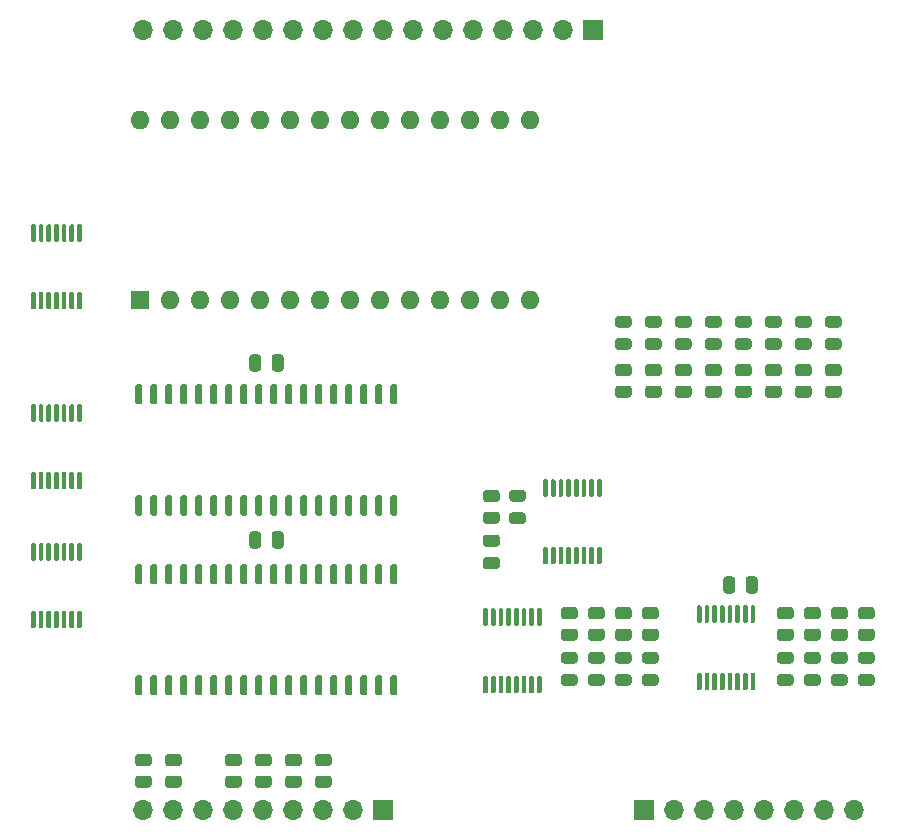
<source format=gbr>
%TF.GenerationSoftware,KiCad,Pcbnew,(5.1.10-1-10_14)*%
%TF.CreationDate,2021-11-08T19:33:34-05:00*%
%TF.ProjectId,RAM-MODULE,52414d2d-4d4f-4445-954c-452e6b696361,rev?*%
%TF.SameCoordinates,Original*%
%TF.FileFunction,Soldermask,Top*%
%TF.FilePolarity,Negative*%
%FSLAX46Y46*%
G04 Gerber Fmt 4.6, Leading zero omitted, Abs format (unit mm)*
G04 Created by KiCad (PCBNEW (5.1.10-1-10_14)) date 2021-11-08 19:33:34*
%MOMM*%
%LPD*%
G01*
G04 APERTURE LIST*
%ADD10O,1.600000X1.600000*%
%ADD11R,1.600000X1.600000*%
%ADD12O,1.700000X1.700000*%
%ADD13R,1.700000X1.700000*%
G04 APERTURE END LIST*
%TO.C,R21*%
G36*
G01*
X15690001Y-164192000D02*
X14789999Y-164192000D01*
G75*
G02*
X14540000Y-163942001I0J249999D01*
G01*
X14540000Y-163416999D01*
G75*
G02*
X14789999Y-163167000I249999J0D01*
G01*
X15690001Y-163167000D01*
G75*
G02*
X15940000Y-163416999I0J-249999D01*
G01*
X15940000Y-163942001D01*
G75*
G02*
X15690001Y-164192000I-249999J0D01*
G01*
G37*
G36*
G01*
X15690001Y-166017000D02*
X14789999Y-166017000D01*
G75*
G02*
X14540000Y-165767001I0J249999D01*
G01*
X14540000Y-165241999D01*
G75*
G02*
X14789999Y-164992000I249999J0D01*
G01*
X15690001Y-164992000D01*
G75*
G02*
X15940000Y-165241999I0J-249999D01*
G01*
X15940000Y-165767001D01*
G75*
G02*
X15690001Y-166017000I-249999J0D01*
G01*
G37*
%TD*%
%TO.C,R23*%
G36*
G01*
X20770001Y-164192000D02*
X19869999Y-164192000D01*
G75*
G02*
X19620000Y-163942001I0J249999D01*
G01*
X19620000Y-163416999D01*
G75*
G02*
X19869999Y-163167000I249999J0D01*
G01*
X20770001Y-163167000D01*
G75*
G02*
X21020000Y-163416999I0J-249999D01*
G01*
X21020000Y-163942001D01*
G75*
G02*
X20770001Y-164192000I-249999J0D01*
G01*
G37*
G36*
G01*
X20770001Y-166017000D02*
X19869999Y-166017000D01*
G75*
G02*
X19620000Y-165767001I0J249999D01*
G01*
X19620000Y-165241999D01*
G75*
G02*
X19869999Y-164992000I249999J0D01*
G01*
X20770001Y-164992000D01*
G75*
G02*
X21020000Y-165241999I0J-249999D01*
G01*
X21020000Y-165767001D01*
G75*
G02*
X20770001Y-166017000I-249999J0D01*
G01*
G37*
%TD*%
%TO.C,R22*%
G36*
G01*
X18230001Y-164192000D02*
X17329999Y-164192000D01*
G75*
G02*
X17080000Y-163942001I0J249999D01*
G01*
X17080000Y-163416999D01*
G75*
G02*
X17329999Y-163167000I249999J0D01*
G01*
X18230001Y-163167000D01*
G75*
G02*
X18480000Y-163416999I0J-249999D01*
G01*
X18480000Y-163942001D01*
G75*
G02*
X18230001Y-164192000I-249999J0D01*
G01*
G37*
G36*
G01*
X18230001Y-166017000D02*
X17329999Y-166017000D01*
G75*
G02*
X17080000Y-165767001I0J249999D01*
G01*
X17080000Y-165241999D01*
G75*
G02*
X17329999Y-164992000I249999J0D01*
G01*
X18230001Y-164992000D01*
G75*
G02*
X18480000Y-165241999I0J-249999D01*
G01*
X18480000Y-165767001D01*
G75*
G02*
X18230001Y-166017000I-249999J0D01*
G01*
G37*
%TD*%
%TO.C,R17*%
G36*
G01*
X13150001Y-164192000D02*
X12249999Y-164192000D01*
G75*
G02*
X12000000Y-163942001I0J249999D01*
G01*
X12000000Y-163416999D01*
G75*
G02*
X12249999Y-163167000I249999J0D01*
G01*
X13150001Y-163167000D01*
G75*
G02*
X13400000Y-163416999I0J-249999D01*
G01*
X13400000Y-163942001D01*
G75*
G02*
X13150001Y-164192000I-249999J0D01*
G01*
G37*
G36*
G01*
X13150001Y-166017000D02*
X12249999Y-166017000D01*
G75*
G02*
X12000000Y-165767001I0J249999D01*
G01*
X12000000Y-165241999D01*
G75*
G02*
X12249999Y-164992000I249999J0D01*
G01*
X13150001Y-164992000D01*
G75*
G02*
X13400000Y-165241999I0J-249999D01*
G01*
X13400000Y-165767001D01*
G75*
G02*
X13150001Y-166017000I-249999J0D01*
G01*
G37*
%TD*%
%TO.C,R10*%
G36*
G01*
X5530001Y-164192000D02*
X4629999Y-164192000D01*
G75*
G02*
X4380000Y-163942001I0J249999D01*
G01*
X4380000Y-163416999D01*
G75*
G02*
X4629999Y-163167000I249999J0D01*
G01*
X5530001Y-163167000D01*
G75*
G02*
X5780000Y-163416999I0J-249999D01*
G01*
X5780000Y-163942001D01*
G75*
G02*
X5530001Y-164192000I-249999J0D01*
G01*
G37*
G36*
G01*
X5530001Y-166017000D02*
X4629999Y-166017000D01*
G75*
G02*
X4380000Y-165767001I0J249999D01*
G01*
X4380000Y-165241999D01*
G75*
G02*
X4629999Y-164992000I249999J0D01*
G01*
X5530001Y-164992000D01*
G75*
G02*
X5780000Y-165241999I0J-249999D01*
G01*
X5780000Y-165767001D01*
G75*
G02*
X5530001Y-166017000I-249999J0D01*
G01*
G37*
%TD*%
D10*
%TO.C,U9*%
X4826000Y-109474000D03*
X37846000Y-124714000D03*
X7366000Y-109474000D03*
X35306000Y-124714000D03*
X9906000Y-109474000D03*
X32766000Y-124714000D03*
X12446000Y-109474000D03*
X30226000Y-124714000D03*
X14986000Y-109474000D03*
X27686000Y-124714000D03*
X17526000Y-109474000D03*
X25146000Y-124714000D03*
X20066000Y-109474000D03*
X22606000Y-124714000D03*
X22606000Y-109474000D03*
X20066000Y-124714000D03*
X25146000Y-109474000D03*
X17526000Y-124714000D03*
X27686000Y-109474000D03*
X14986000Y-124714000D03*
X30226000Y-109474000D03*
X12446000Y-124714000D03*
X32766000Y-109474000D03*
X9906000Y-124714000D03*
X35306000Y-109474000D03*
X7366000Y-124714000D03*
X37846000Y-109474000D03*
D11*
X4826000Y-124714000D03*
%TD*%
%TO.C,U8*%
G36*
G01*
X-4136000Y-119795000D02*
X-4336000Y-119795000D01*
G75*
G02*
X-4436000Y-119695000I0J100000D01*
G01*
X-4436000Y-118420000D01*
G75*
G02*
X-4336000Y-118320000I100000J0D01*
G01*
X-4136000Y-118320000D01*
G75*
G02*
X-4036000Y-118420000I0J-100000D01*
G01*
X-4036000Y-119695000D01*
G75*
G02*
X-4136000Y-119795000I-100000J0D01*
G01*
G37*
G36*
G01*
X-3486000Y-119795000D02*
X-3686000Y-119795000D01*
G75*
G02*
X-3786000Y-119695000I0J100000D01*
G01*
X-3786000Y-118420000D01*
G75*
G02*
X-3686000Y-118320000I100000J0D01*
G01*
X-3486000Y-118320000D01*
G75*
G02*
X-3386000Y-118420000I0J-100000D01*
G01*
X-3386000Y-119695000D01*
G75*
G02*
X-3486000Y-119795000I-100000J0D01*
G01*
G37*
G36*
G01*
X-2836000Y-119795000D02*
X-3036000Y-119795000D01*
G75*
G02*
X-3136000Y-119695000I0J100000D01*
G01*
X-3136000Y-118420000D01*
G75*
G02*
X-3036000Y-118320000I100000J0D01*
G01*
X-2836000Y-118320000D01*
G75*
G02*
X-2736000Y-118420000I0J-100000D01*
G01*
X-2736000Y-119695000D01*
G75*
G02*
X-2836000Y-119795000I-100000J0D01*
G01*
G37*
G36*
G01*
X-2186000Y-119795000D02*
X-2386000Y-119795000D01*
G75*
G02*
X-2486000Y-119695000I0J100000D01*
G01*
X-2486000Y-118420000D01*
G75*
G02*
X-2386000Y-118320000I100000J0D01*
G01*
X-2186000Y-118320000D01*
G75*
G02*
X-2086000Y-118420000I0J-100000D01*
G01*
X-2086000Y-119695000D01*
G75*
G02*
X-2186000Y-119795000I-100000J0D01*
G01*
G37*
G36*
G01*
X-1536000Y-119795000D02*
X-1736000Y-119795000D01*
G75*
G02*
X-1836000Y-119695000I0J100000D01*
G01*
X-1836000Y-118420000D01*
G75*
G02*
X-1736000Y-118320000I100000J0D01*
G01*
X-1536000Y-118320000D01*
G75*
G02*
X-1436000Y-118420000I0J-100000D01*
G01*
X-1436000Y-119695000D01*
G75*
G02*
X-1536000Y-119795000I-100000J0D01*
G01*
G37*
G36*
G01*
X-886000Y-119795000D02*
X-1086000Y-119795000D01*
G75*
G02*
X-1186000Y-119695000I0J100000D01*
G01*
X-1186000Y-118420000D01*
G75*
G02*
X-1086000Y-118320000I100000J0D01*
G01*
X-886000Y-118320000D01*
G75*
G02*
X-786000Y-118420000I0J-100000D01*
G01*
X-786000Y-119695000D01*
G75*
G02*
X-886000Y-119795000I-100000J0D01*
G01*
G37*
G36*
G01*
X-236000Y-119795000D02*
X-436000Y-119795000D01*
G75*
G02*
X-536000Y-119695000I0J100000D01*
G01*
X-536000Y-118420000D01*
G75*
G02*
X-436000Y-118320000I100000J0D01*
G01*
X-236000Y-118320000D01*
G75*
G02*
X-136000Y-118420000I0J-100000D01*
G01*
X-136000Y-119695000D01*
G75*
G02*
X-236000Y-119795000I-100000J0D01*
G01*
G37*
G36*
G01*
X-236000Y-125520000D02*
X-436000Y-125520000D01*
G75*
G02*
X-536000Y-125420000I0J100000D01*
G01*
X-536000Y-124145000D01*
G75*
G02*
X-436000Y-124045000I100000J0D01*
G01*
X-236000Y-124045000D01*
G75*
G02*
X-136000Y-124145000I0J-100000D01*
G01*
X-136000Y-125420000D01*
G75*
G02*
X-236000Y-125520000I-100000J0D01*
G01*
G37*
G36*
G01*
X-886000Y-125520000D02*
X-1086000Y-125520000D01*
G75*
G02*
X-1186000Y-125420000I0J100000D01*
G01*
X-1186000Y-124145000D01*
G75*
G02*
X-1086000Y-124045000I100000J0D01*
G01*
X-886000Y-124045000D01*
G75*
G02*
X-786000Y-124145000I0J-100000D01*
G01*
X-786000Y-125420000D01*
G75*
G02*
X-886000Y-125520000I-100000J0D01*
G01*
G37*
G36*
G01*
X-1536000Y-125520000D02*
X-1736000Y-125520000D01*
G75*
G02*
X-1836000Y-125420000I0J100000D01*
G01*
X-1836000Y-124145000D01*
G75*
G02*
X-1736000Y-124045000I100000J0D01*
G01*
X-1536000Y-124045000D01*
G75*
G02*
X-1436000Y-124145000I0J-100000D01*
G01*
X-1436000Y-125420000D01*
G75*
G02*
X-1536000Y-125520000I-100000J0D01*
G01*
G37*
G36*
G01*
X-2186000Y-125520000D02*
X-2386000Y-125520000D01*
G75*
G02*
X-2486000Y-125420000I0J100000D01*
G01*
X-2486000Y-124145000D01*
G75*
G02*
X-2386000Y-124045000I100000J0D01*
G01*
X-2186000Y-124045000D01*
G75*
G02*
X-2086000Y-124145000I0J-100000D01*
G01*
X-2086000Y-125420000D01*
G75*
G02*
X-2186000Y-125520000I-100000J0D01*
G01*
G37*
G36*
G01*
X-2836000Y-125520000D02*
X-3036000Y-125520000D01*
G75*
G02*
X-3136000Y-125420000I0J100000D01*
G01*
X-3136000Y-124145000D01*
G75*
G02*
X-3036000Y-124045000I100000J0D01*
G01*
X-2836000Y-124045000D01*
G75*
G02*
X-2736000Y-124145000I0J-100000D01*
G01*
X-2736000Y-125420000D01*
G75*
G02*
X-2836000Y-125520000I-100000J0D01*
G01*
G37*
G36*
G01*
X-3486000Y-125520000D02*
X-3686000Y-125520000D01*
G75*
G02*
X-3786000Y-125420000I0J100000D01*
G01*
X-3786000Y-124145000D01*
G75*
G02*
X-3686000Y-124045000I100000J0D01*
G01*
X-3486000Y-124045000D01*
G75*
G02*
X-3386000Y-124145000I0J-100000D01*
G01*
X-3386000Y-125420000D01*
G75*
G02*
X-3486000Y-125520000I-100000J0D01*
G01*
G37*
G36*
G01*
X-4136000Y-125520000D02*
X-4336000Y-125520000D01*
G75*
G02*
X-4436000Y-125420000I0J100000D01*
G01*
X-4436000Y-124145000D01*
G75*
G02*
X-4336000Y-124045000I100000J0D01*
G01*
X-4136000Y-124045000D01*
G75*
G02*
X-4036000Y-124145000I0J-100000D01*
G01*
X-4036000Y-125420000D01*
G75*
G02*
X-4136000Y-125520000I-100000J0D01*
G01*
G37*
%TD*%
%TO.C,U7*%
G36*
G01*
X-4136000Y-135035000D02*
X-4336000Y-135035000D01*
G75*
G02*
X-4436000Y-134935000I0J100000D01*
G01*
X-4436000Y-133660000D01*
G75*
G02*
X-4336000Y-133560000I100000J0D01*
G01*
X-4136000Y-133560000D01*
G75*
G02*
X-4036000Y-133660000I0J-100000D01*
G01*
X-4036000Y-134935000D01*
G75*
G02*
X-4136000Y-135035000I-100000J0D01*
G01*
G37*
G36*
G01*
X-3486000Y-135035000D02*
X-3686000Y-135035000D01*
G75*
G02*
X-3786000Y-134935000I0J100000D01*
G01*
X-3786000Y-133660000D01*
G75*
G02*
X-3686000Y-133560000I100000J0D01*
G01*
X-3486000Y-133560000D01*
G75*
G02*
X-3386000Y-133660000I0J-100000D01*
G01*
X-3386000Y-134935000D01*
G75*
G02*
X-3486000Y-135035000I-100000J0D01*
G01*
G37*
G36*
G01*
X-2836000Y-135035000D02*
X-3036000Y-135035000D01*
G75*
G02*
X-3136000Y-134935000I0J100000D01*
G01*
X-3136000Y-133660000D01*
G75*
G02*
X-3036000Y-133560000I100000J0D01*
G01*
X-2836000Y-133560000D01*
G75*
G02*
X-2736000Y-133660000I0J-100000D01*
G01*
X-2736000Y-134935000D01*
G75*
G02*
X-2836000Y-135035000I-100000J0D01*
G01*
G37*
G36*
G01*
X-2186000Y-135035000D02*
X-2386000Y-135035000D01*
G75*
G02*
X-2486000Y-134935000I0J100000D01*
G01*
X-2486000Y-133660000D01*
G75*
G02*
X-2386000Y-133560000I100000J0D01*
G01*
X-2186000Y-133560000D01*
G75*
G02*
X-2086000Y-133660000I0J-100000D01*
G01*
X-2086000Y-134935000D01*
G75*
G02*
X-2186000Y-135035000I-100000J0D01*
G01*
G37*
G36*
G01*
X-1536000Y-135035000D02*
X-1736000Y-135035000D01*
G75*
G02*
X-1836000Y-134935000I0J100000D01*
G01*
X-1836000Y-133660000D01*
G75*
G02*
X-1736000Y-133560000I100000J0D01*
G01*
X-1536000Y-133560000D01*
G75*
G02*
X-1436000Y-133660000I0J-100000D01*
G01*
X-1436000Y-134935000D01*
G75*
G02*
X-1536000Y-135035000I-100000J0D01*
G01*
G37*
G36*
G01*
X-886000Y-135035000D02*
X-1086000Y-135035000D01*
G75*
G02*
X-1186000Y-134935000I0J100000D01*
G01*
X-1186000Y-133660000D01*
G75*
G02*
X-1086000Y-133560000I100000J0D01*
G01*
X-886000Y-133560000D01*
G75*
G02*
X-786000Y-133660000I0J-100000D01*
G01*
X-786000Y-134935000D01*
G75*
G02*
X-886000Y-135035000I-100000J0D01*
G01*
G37*
G36*
G01*
X-236000Y-135035000D02*
X-436000Y-135035000D01*
G75*
G02*
X-536000Y-134935000I0J100000D01*
G01*
X-536000Y-133660000D01*
G75*
G02*
X-436000Y-133560000I100000J0D01*
G01*
X-236000Y-133560000D01*
G75*
G02*
X-136000Y-133660000I0J-100000D01*
G01*
X-136000Y-134935000D01*
G75*
G02*
X-236000Y-135035000I-100000J0D01*
G01*
G37*
G36*
G01*
X-236000Y-140760000D02*
X-436000Y-140760000D01*
G75*
G02*
X-536000Y-140660000I0J100000D01*
G01*
X-536000Y-139385000D01*
G75*
G02*
X-436000Y-139285000I100000J0D01*
G01*
X-236000Y-139285000D01*
G75*
G02*
X-136000Y-139385000I0J-100000D01*
G01*
X-136000Y-140660000D01*
G75*
G02*
X-236000Y-140760000I-100000J0D01*
G01*
G37*
G36*
G01*
X-886000Y-140760000D02*
X-1086000Y-140760000D01*
G75*
G02*
X-1186000Y-140660000I0J100000D01*
G01*
X-1186000Y-139385000D01*
G75*
G02*
X-1086000Y-139285000I100000J0D01*
G01*
X-886000Y-139285000D01*
G75*
G02*
X-786000Y-139385000I0J-100000D01*
G01*
X-786000Y-140660000D01*
G75*
G02*
X-886000Y-140760000I-100000J0D01*
G01*
G37*
G36*
G01*
X-1536000Y-140760000D02*
X-1736000Y-140760000D01*
G75*
G02*
X-1836000Y-140660000I0J100000D01*
G01*
X-1836000Y-139385000D01*
G75*
G02*
X-1736000Y-139285000I100000J0D01*
G01*
X-1536000Y-139285000D01*
G75*
G02*
X-1436000Y-139385000I0J-100000D01*
G01*
X-1436000Y-140660000D01*
G75*
G02*
X-1536000Y-140760000I-100000J0D01*
G01*
G37*
G36*
G01*
X-2186000Y-140760000D02*
X-2386000Y-140760000D01*
G75*
G02*
X-2486000Y-140660000I0J100000D01*
G01*
X-2486000Y-139385000D01*
G75*
G02*
X-2386000Y-139285000I100000J0D01*
G01*
X-2186000Y-139285000D01*
G75*
G02*
X-2086000Y-139385000I0J-100000D01*
G01*
X-2086000Y-140660000D01*
G75*
G02*
X-2186000Y-140760000I-100000J0D01*
G01*
G37*
G36*
G01*
X-2836000Y-140760000D02*
X-3036000Y-140760000D01*
G75*
G02*
X-3136000Y-140660000I0J100000D01*
G01*
X-3136000Y-139385000D01*
G75*
G02*
X-3036000Y-139285000I100000J0D01*
G01*
X-2836000Y-139285000D01*
G75*
G02*
X-2736000Y-139385000I0J-100000D01*
G01*
X-2736000Y-140660000D01*
G75*
G02*
X-2836000Y-140760000I-100000J0D01*
G01*
G37*
G36*
G01*
X-3486000Y-140760000D02*
X-3686000Y-140760000D01*
G75*
G02*
X-3786000Y-140660000I0J100000D01*
G01*
X-3786000Y-139385000D01*
G75*
G02*
X-3686000Y-139285000I100000J0D01*
G01*
X-3486000Y-139285000D01*
G75*
G02*
X-3386000Y-139385000I0J-100000D01*
G01*
X-3386000Y-140660000D01*
G75*
G02*
X-3486000Y-140760000I-100000J0D01*
G01*
G37*
G36*
G01*
X-4136000Y-140760000D02*
X-4336000Y-140760000D01*
G75*
G02*
X-4436000Y-140660000I0J100000D01*
G01*
X-4436000Y-139385000D01*
G75*
G02*
X-4336000Y-139285000I100000J0D01*
G01*
X-4136000Y-139285000D01*
G75*
G02*
X-4036000Y-139385000I0J-100000D01*
G01*
X-4036000Y-140660000D01*
G75*
G02*
X-4136000Y-140760000I-100000J0D01*
G01*
G37*
%TD*%
%TO.C,U6*%
G36*
G01*
X-4136000Y-146787500D02*
X-4336000Y-146787500D01*
G75*
G02*
X-4436000Y-146687500I0J100000D01*
G01*
X-4436000Y-145412500D01*
G75*
G02*
X-4336000Y-145312500I100000J0D01*
G01*
X-4136000Y-145312500D01*
G75*
G02*
X-4036000Y-145412500I0J-100000D01*
G01*
X-4036000Y-146687500D01*
G75*
G02*
X-4136000Y-146787500I-100000J0D01*
G01*
G37*
G36*
G01*
X-3486000Y-146787500D02*
X-3686000Y-146787500D01*
G75*
G02*
X-3786000Y-146687500I0J100000D01*
G01*
X-3786000Y-145412500D01*
G75*
G02*
X-3686000Y-145312500I100000J0D01*
G01*
X-3486000Y-145312500D01*
G75*
G02*
X-3386000Y-145412500I0J-100000D01*
G01*
X-3386000Y-146687500D01*
G75*
G02*
X-3486000Y-146787500I-100000J0D01*
G01*
G37*
G36*
G01*
X-2836000Y-146787500D02*
X-3036000Y-146787500D01*
G75*
G02*
X-3136000Y-146687500I0J100000D01*
G01*
X-3136000Y-145412500D01*
G75*
G02*
X-3036000Y-145312500I100000J0D01*
G01*
X-2836000Y-145312500D01*
G75*
G02*
X-2736000Y-145412500I0J-100000D01*
G01*
X-2736000Y-146687500D01*
G75*
G02*
X-2836000Y-146787500I-100000J0D01*
G01*
G37*
G36*
G01*
X-2186000Y-146787500D02*
X-2386000Y-146787500D01*
G75*
G02*
X-2486000Y-146687500I0J100000D01*
G01*
X-2486000Y-145412500D01*
G75*
G02*
X-2386000Y-145312500I100000J0D01*
G01*
X-2186000Y-145312500D01*
G75*
G02*
X-2086000Y-145412500I0J-100000D01*
G01*
X-2086000Y-146687500D01*
G75*
G02*
X-2186000Y-146787500I-100000J0D01*
G01*
G37*
G36*
G01*
X-1536000Y-146787500D02*
X-1736000Y-146787500D01*
G75*
G02*
X-1836000Y-146687500I0J100000D01*
G01*
X-1836000Y-145412500D01*
G75*
G02*
X-1736000Y-145312500I100000J0D01*
G01*
X-1536000Y-145312500D01*
G75*
G02*
X-1436000Y-145412500I0J-100000D01*
G01*
X-1436000Y-146687500D01*
G75*
G02*
X-1536000Y-146787500I-100000J0D01*
G01*
G37*
G36*
G01*
X-886000Y-146787500D02*
X-1086000Y-146787500D01*
G75*
G02*
X-1186000Y-146687500I0J100000D01*
G01*
X-1186000Y-145412500D01*
G75*
G02*
X-1086000Y-145312500I100000J0D01*
G01*
X-886000Y-145312500D01*
G75*
G02*
X-786000Y-145412500I0J-100000D01*
G01*
X-786000Y-146687500D01*
G75*
G02*
X-886000Y-146787500I-100000J0D01*
G01*
G37*
G36*
G01*
X-236000Y-146787500D02*
X-436000Y-146787500D01*
G75*
G02*
X-536000Y-146687500I0J100000D01*
G01*
X-536000Y-145412500D01*
G75*
G02*
X-436000Y-145312500I100000J0D01*
G01*
X-236000Y-145312500D01*
G75*
G02*
X-136000Y-145412500I0J-100000D01*
G01*
X-136000Y-146687500D01*
G75*
G02*
X-236000Y-146787500I-100000J0D01*
G01*
G37*
G36*
G01*
X-236000Y-152512500D02*
X-436000Y-152512500D01*
G75*
G02*
X-536000Y-152412500I0J100000D01*
G01*
X-536000Y-151137500D01*
G75*
G02*
X-436000Y-151037500I100000J0D01*
G01*
X-236000Y-151037500D01*
G75*
G02*
X-136000Y-151137500I0J-100000D01*
G01*
X-136000Y-152412500D01*
G75*
G02*
X-236000Y-152512500I-100000J0D01*
G01*
G37*
G36*
G01*
X-886000Y-152512500D02*
X-1086000Y-152512500D01*
G75*
G02*
X-1186000Y-152412500I0J100000D01*
G01*
X-1186000Y-151137500D01*
G75*
G02*
X-1086000Y-151037500I100000J0D01*
G01*
X-886000Y-151037500D01*
G75*
G02*
X-786000Y-151137500I0J-100000D01*
G01*
X-786000Y-152412500D01*
G75*
G02*
X-886000Y-152512500I-100000J0D01*
G01*
G37*
G36*
G01*
X-1536000Y-152512500D02*
X-1736000Y-152512500D01*
G75*
G02*
X-1836000Y-152412500I0J100000D01*
G01*
X-1836000Y-151137500D01*
G75*
G02*
X-1736000Y-151037500I100000J0D01*
G01*
X-1536000Y-151037500D01*
G75*
G02*
X-1436000Y-151137500I0J-100000D01*
G01*
X-1436000Y-152412500D01*
G75*
G02*
X-1536000Y-152512500I-100000J0D01*
G01*
G37*
G36*
G01*
X-2186000Y-152512500D02*
X-2386000Y-152512500D01*
G75*
G02*
X-2486000Y-152412500I0J100000D01*
G01*
X-2486000Y-151137500D01*
G75*
G02*
X-2386000Y-151037500I100000J0D01*
G01*
X-2186000Y-151037500D01*
G75*
G02*
X-2086000Y-151137500I0J-100000D01*
G01*
X-2086000Y-152412500D01*
G75*
G02*
X-2186000Y-152512500I-100000J0D01*
G01*
G37*
G36*
G01*
X-2836000Y-152512500D02*
X-3036000Y-152512500D01*
G75*
G02*
X-3136000Y-152412500I0J100000D01*
G01*
X-3136000Y-151137500D01*
G75*
G02*
X-3036000Y-151037500I100000J0D01*
G01*
X-2836000Y-151037500D01*
G75*
G02*
X-2736000Y-151137500I0J-100000D01*
G01*
X-2736000Y-152412500D01*
G75*
G02*
X-2836000Y-152512500I-100000J0D01*
G01*
G37*
G36*
G01*
X-3486000Y-152512500D02*
X-3686000Y-152512500D01*
G75*
G02*
X-3786000Y-152412500I0J100000D01*
G01*
X-3786000Y-151137500D01*
G75*
G02*
X-3686000Y-151037500I100000J0D01*
G01*
X-3486000Y-151037500D01*
G75*
G02*
X-3386000Y-151137500I0J-100000D01*
G01*
X-3386000Y-152412500D01*
G75*
G02*
X-3486000Y-152512500I-100000J0D01*
G01*
G37*
G36*
G01*
X-4136000Y-152512500D02*
X-4336000Y-152512500D01*
G75*
G02*
X-4436000Y-152412500I0J100000D01*
G01*
X-4436000Y-151137500D01*
G75*
G02*
X-4336000Y-151037500I100000J0D01*
G01*
X-4136000Y-151037500D01*
G75*
G02*
X-4036000Y-151137500I0J-100000D01*
G01*
X-4036000Y-152412500D01*
G75*
G02*
X-4136000Y-152512500I-100000J0D01*
G01*
G37*
%TD*%
%TO.C,R20*%
G36*
G01*
X59886001Y-151746000D02*
X58985999Y-151746000D01*
G75*
G02*
X58736000Y-151496001I0J249999D01*
G01*
X58736000Y-150970999D01*
G75*
G02*
X58985999Y-150721000I249999J0D01*
G01*
X59886001Y-150721000D01*
G75*
G02*
X60136000Y-150970999I0J-249999D01*
G01*
X60136000Y-151496001D01*
G75*
G02*
X59886001Y-151746000I-249999J0D01*
G01*
G37*
G36*
G01*
X59886001Y-153571000D02*
X58985999Y-153571000D01*
G75*
G02*
X58736000Y-153321001I0J249999D01*
G01*
X58736000Y-152795999D01*
G75*
G02*
X58985999Y-152546000I249999J0D01*
G01*
X59886001Y-152546000D01*
G75*
G02*
X60136000Y-152795999I0J-249999D01*
G01*
X60136000Y-153321001D01*
G75*
G02*
X59886001Y-153571000I-249999J0D01*
G01*
G37*
%TD*%
%TO.C,R19*%
G36*
G01*
X41598001Y-151746000D02*
X40697999Y-151746000D01*
G75*
G02*
X40448000Y-151496001I0J249999D01*
G01*
X40448000Y-150970999D01*
G75*
G02*
X40697999Y-150721000I249999J0D01*
G01*
X41598001Y-150721000D01*
G75*
G02*
X41848000Y-150970999I0J-249999D01*
G01*
X41848000Y-151496001D01*
G75*
G02*
X41598001Y-151746000I-249999J0D01*
G01*
G37*
G36*
G01*
X41598001Y-153571000D02*
X40697999Y-153571000D01*
G75*
G02*
X40448000Y-153321001I0J249999D01*
G01*
X40448000Y-152795999D01*
G75*
G02*
X40697999Y-152546000I249999J0D01*
G01*
X41598001Y-152546000D01*
G75*
G02*
X41848000Y-152795999I0J-249999D01*
G01*
X41848000Y-153321001D01*
G75*
G02*
X41598001Y-153571000I-249999J0D01*
G01*
G37*
%TD*%
%TO.C,D17*%
G36*
G01*
X58979750Y-156406000D02*
X59892250Y-156406000D01*
G75*
G02*
X60136000Y-156649750I0J-243750D01*
G01*
X60136000Y-157137250D01*
G75*
G02*
X59892250Y-157381000I-243750J0D01*
G01*
X58979750Y-157381000D01*
G75*
G02*
X58736000Y-157137250I0J243750D01*
G01*
X58736000Y-156649750D01*
G75*
G02*
X58979750Y-156406000I243750J0D01*
G01*
G37*
G36*
G01*
X58979750Y-154531000D02*
X59892250Y-154531000D01*
G75*
G02*
X60136000Y-154774750I0J-243750D01*
G01*
X60136000Y-155262250D01*
G75*
G02*
X59892250Y-155506000I-243750J0D01*
G01*
X58979750Y-155506000D01*
G75*
G02*
X58736000Y-155262250I0J243750D01*
G01*
X58736000Y-154774750D01*
G75*
G02*
X58979750Y-154531000I243750J0D01*
G01*
G37*
%TD*%
%TO.C,D10*%
G36*
G01*
X40691750Y-156406000D02*
X41604250Y-156406000D01*
G75*
G02*
X41848000Y-156649750I0J-243750D01*
G01*
X41848000Y-157137250D01*
G75*
G02*
X41604250Y-157381000I-243750J0D01*
G01*
X40691750Y-157381000D01*
G75*
G02*
X40448000Y-157137250I0J243750D01*
G01*
X40448000Y-156649750D01*
G75*
G02*
X40691750Y-156406000I243750J0D01*
G01*
G37*
G36*
G01*
X40691750Y-154531000D02*
X41604250Y-154531000D01*
G75*
G02*
X41848000Y-154774750I0J-243750D01*
G01*
X41848000Y-155262250D01*
G75*
G02*
X41604250Y-155506000I-243750J0D01*
G01*
X40691750Y-155506000D01*
G75*
G02*
X40448000Y-155262250I0J243750D01*
G01*
X40448000Y-154774750D01*
G75*
G02*
X40691750Y-154531000I243750J0D01*
G01*
G37*
%TD*%
%TO.C,R18*%
G36*
G01*
X8070001Y-164192000D02*
X7169999Y-164192000D01*
G75*
G02*
X6920000Y-163942001I0J249999D01*
G01*
X6920000Y-163416999D01*
G75*
G02*
X7169999Y-163167000I249999J0D01*
G01*
X8070001Y-163167000D01*
G75*
G02*
X8320000Y-163416999I0J-249999D01*
G01*
X8320000Y-163942001D01*
G75*
G02*
X8070001Y-164192000I-249999J0D01*
G01*
G37*
G36*
G01*
X8070001Y-166017000D02*
X7169999Y-166017000D01*
G75*
G02*
X6920000Y-165767001I0J249999D01*
G01*
X6920000Y-165241999D01*
G75*
G02*
X7169999Y-164992000I249999J0D01*
G01*
X8070001Y-164992000D01*
G75*
G02*
X8320000Y-165241999I0J-249999D01*
G01*
X8320000Y-165767001D01*
G75*
G02*
X8070001Y-166017000I-249999J0D01*
G01*
G37*
%TD*%
D12*
%TO.C,J1*%
X5080000Y-167894000D03*
X7620000Y-167894000D03*
X10160000Y-167894000D03*
X12700000Y-167894000D03*
X15240000Y-167894000D03*
X17780000Y-167894000D03*
X20320000Y-167894000D03*
X22860000Y-167894000D03*
D13*
X25400000Y-167894000D03*
%TD*%
%TO.C,U2*%
G36*
G01*
X4843000Y-148802000D02*
X4543000Y-148802000D01*
G75*
G02*
X4393000Y-148652000I0J150000D01*
G01*
X4393000Y-147252000D01*
G75*
G02*
X4543000Y-147102000I150000J0D01*
G01*
X4843000Y-147102000D01*
G75*
G02*
X4993000Y-147252000I0J-150000D01*
G01*
X4993000Y-148652000D01*
G75*
G02*
X4843000Y-148802000I-150000J0D01*
G01*
G37*
G36*
G01*
X6113000Y-148802000D02*
X5813000Y-148802000D01*
G75*
G02*
X5663000Y-148652000I0J150000D01*
G01*
X5663000Y-147252000D01*
G75*
G02*
X5813000Y-147102000I150000J0D01*
G01*
X6113000Y-147102000D01*
G75*
G02*
X6263000Y-147252000I0J-150000D01*
G01*
X6263000Y-148652000D01*
G75*
G02*
X6113000Y-148802000I-150000J0D01*
G01*
G37*
G36*
G01*
X7383000Y-148802000D02*
X7083000Y-148802000D01*
G75*
G02*
X6933000Y-148652000I0J150000D01*
G01*
X6933000Y-147252000D01*
G75*
G02*
X7083000Y-147102000I150000J0D01*
G01*
X7383000Y-147102000D01*
G75*
G02*
X7533000Y-147252000I0J-150000D01*
G01*
X7533000Y-148652000D01*
G75*
G02*
X7383000Y-148802000I-150000J0D01*
G01*
G37*
G36*
G01*
X8653000Y-148802000D02*
X8353000Y-148802000D01*
G75*
G02*
X8203000Y-148652000I0J150000D01*
G01*
X8203000Y-147252000D01*
G75*
G02*
X8353000Y-147102000I150000J0D01*
G01*
X8653000Y-147102000D01*
G75*
G02*
X8803000Y-147252000I0J-150000D01*
G01*
X8803000Y-148652000D01*
G75*
G02*
X8653000Y-148802000I-150000J0D01*
G01*
G37*
G36*
G01*
X9923000Y-148802000D02*
X9623000Y-148802000D01*
G75*
G02*
X9473000Y-148652000I0J150000D01*
G01*
X9473000Y-147252000D01*
G75*
G02*
X9623000Y-147102000I150000J0D01*
G01*
X9923000Y-147102000D01*
G75*
G02*
X10073000Y-147252000I0J-150000D01*
G01*
X10073000Y-148652000D01*
G75*
G02*
X9923000Y-148802000I-150000J0D01*
G01*
G37*
G36*
G01*
X11193000Y-148802000D02*
X10893000Y-148802000D01*
G75*
G02*
X10743000Y-148652000I0J150000D01*
G01*
X10743000Y-147252000D01*
G75*
G02*
X10893000Y-147102000I150000J0D01*
G01*
X11193000Y-147102000D01*
G75*
G02*
X11343000Y-147252000I0J-150000D01*
G01*
X11343000Y-148652000D01*
G75*
G02*
X11193000Y-148802000I-150000J0D01*
G01*
G37*
G36*
G01*
X12463000Y-148802000D02*
X12163000Y-148802000D01*
G75*
G02*
X12013000Y-148652000I0J150000D01*
G01*
X12013000Y-147252000D01*
G75*
G02*
X12163000Y-147102000I150000J0D01*
G01*
X12463000Y-147102000D01*
G75*
G02*
X12613000Y-147252000I0J-150000D01*
G01*
X12613000Y-148652000D01*
G75*
G02*
X12463000Y-148802000I-150000J0D01*
G01*
G37*
G36*
G01*
X13733000Y-148802000D02*
X13433000Y-148802000D01*
G75*
G02*
X13283000Y-148652000I0J150000D01*
G01*
X13283000Y-147252000D01*
G75*
G02*
X13433000Y-147102000I150000J0D01*
G01*
X13733000Y-147102000D01*
G75*
G02*
X13883000Y-147252000I0J-150000D01*
G01*
X13883000Y-148652000D01*
G75*
G02*
X13733000Y-148802000I-150000J0D01*
G01*
G37*
G36*
G01*
X15003000Y-148802000D02*
X14703000Y-148802000D01*
G75*
G02*
X14553000Y-148652000I0J150000D01*
G01*
X14553000Y-147252000D01*
G75*
G02*
X14703000Y-147102000I150000J0D01*
G01*
X15003000Y-147102000D01*
G75*
G02*
X15153000Y-147252000I0J-150000D01*
G01*
X15153000Y-148652000D01*
G75*
G02*
X15003000Y-148802000I-150000J0D01*
G01*
G37*
G36*
G01*
X16273000Y-148802000D02*
X15973000Y-148802000D01*
G75*
G02*
X15823000Y-148652000I0J150000D01*
G01*
X15823000Y-147252000D01*
G75*
G02*
X15973000Y-147102000I150000J0D01*
G01*
X16273000Y-147102000D01*
G75*
G02*
X16423000Y-147252000I0J-150000D01*
G01*
X16423000Y-148652000D01*
G75*
G02*
X16273000Y-148802000I-150000J0D01*
G01*
G37*
G36*
G01*
X17543000Y-148802000D02*
X17243000Y-148802000D01*
G75*
G02*
X17093000Y-148652000I0J150000D01*
G01*
X17093000Y-147252000D01*
G75*
G02*
X17243000Y-147102000I150000J0D01*
G01*
X17543000Y-147102000D01*
G75*
G02*
X17693000Y-147252000I0J-150000D01*
G01*
X17693000Y-148652000D01*
G75*
G02*
X17543000Y-148802000I-150000J0D01*
G01*
G37*
G36*
G01*
X18813000Y-148802000D02*
X18513000Y-148802000D01*
G75*
G02*
X18363000Y-148652000I0J150000D01*
G01*
X18363000Y-147252000D01*
G75*
G02*
X18513000Y-147102000I150000J0D01*
G01*
X18813000Y-147102000D01*
G75*
G02*
X18963000Y-147252000I0J-150000D01*
G01*
X18963000Y-148652000D01*
G75*
G02*
X18813000Y-148802000I-150000J0D01*
G01*
G37*
G36*
G01*
X20083000Y-148802000D02*
X19783000Y-148802000D01*
G75*
G02*
X19633000Y-148652000I0J150000D01*
G01*
X19633000Y-147252000D01*
G75*
G02*
X19783000Y-147102000I150000J0D01*
G01*
X20083000Y-147102000D01*
G75*
G02*
X20233000Y-147252000I0J-150000D01*
G01*
X20233000Y-148652000D01*
G75*
G02*
X20083000Y-148802000I-150000J0D01*
G01*
G37*
G36*
G01*
X21353000Y-148802000D02*
X21053000Y-148802000D01*
G75*
G02*
X20903000Y-148652000I0J150000D01*
G01*
X20903000Y-147252000D01*
G75*
G02*
X21053000Y-147102000I150000J0D01*
G01*
X21353000Y-147102000D01*
G75*
G02*
X21503000Y-147252000I0J-150000D01*
G01*
X21503000Y-148652000D01*
G75*
G02*
X21353000Y-148802000I-150000J0D01*
G01*
G37*
G36*
G01*
X22623000Y-148802000D02*
X22323000Y-148802000D01*
G75*
G02*
X22173000Y-148652000I0J150000D01*
G01*
X22173000Y-147252000D01*
G75*
G02*
X22323000Y-147102000I150000J0D01*
G01*
X22623000Y-147102000D01*
G75*
G02*
X22773000Y-147252000I0J-150000D01*
G01*
X22773000Y-148652000D01*
G75*
G02*
X22623000Y-148802000I-150000J0D01*
G01*
G37*
G36*
G01*
X23893000Y-148802000D02*
X23593000Y-148802000D01*
G75*
G02*
X23443000Y-148652000I0J150000D01*
G01*
X23443000Y-147252000D01*
G75*
G02*
X23593000Y-147102000I150000J0D01*
G01*
X23893000Y-147102000D01*
G75*
G02*
X24043000Y-147252000I0J-150000D01*
G01*
X24043000Y-148652000D01*
G75*
G02*
X23893000Y-148802000I-150000J0D01*
G01*
G37*
G36*
G01*
X25163000Y-148802000D02*
X24863000Y-148802000D01*
G75*
G02*
X24713000Y-148652000I0J150000D01*
G01*
X24713000Y-147252000D01*
G75*
G02*
X24863000Y-147102000I150000J0D01*
G01*
X25163000Y-147102000D01*
G75*
G02*
X25313000Y-147252000I0J-150000D01*
G01*
X25313000Y-148652000D01*
G75*
G02*
X25163000Y-148802000I-150000J0D01*
G01*
G37*
G36*
G01*
X26433000Y-148802000D02*
X26133000Y-148802000D01*
G75*
G02*
X25983000Y-148652000I0J150000D01*
G01*
X25983000Y-147252000D01*
G75*
G02*
X26133000Y-147102000I150000J0D01*
G01*
X26433000Y-147102000D01*
G75*
G02*
X26583000Y-147252000I0J-150000D01*
G01*
X26583000Y-148652000D01*
G75*
G02*
X26433000Y-148802000I-150000J0D01*
G01*
G37*
G36*
G01*
X26433000Y-158202000D02*
X26133000Y-158202000D01*
G75*
G02*
X25983000Y-158052000I0J150000D01*
G01*
X25983000Y-156652000D01*
G75*
G02*
X26133000Y-156502000I150000J0D01*
G01*
X26433000Y-156502000D01*
G75*
G02*
X26583000Y-156652000I0J-150000D01*
G01*
X26583000Y-158052000D01*
G75*
G02*
X26433000Y-158202000I-150000J0D01*
G01*
G37*
G36*
G01*
X25163000Y-158202000D02*
X24863000Y-158202000D01*
G75*
G02*
X24713000Y-158052000I0J150000D01*
G01*
X24713000Y-156652000D01*
G75*
G02*
X24863000Y-156502000I150000J0D01*
G01*
X25163000Y-156502000D01*
G75*
G02*
X25313000Y-156652000I0J-150000D01*
G01*
X25313000Y-158052000D01*
G75*
G02*
X25163000Y-158202000I-150000J0D01*
G01*
G37*
G36*
G01*
X23893000Y-158202000D02*
X23593000Y-158202000D01*
G75*
G02*
X23443000Y-158052000I0J150000D01*
G01*
X23443000Y-156652000D01*
G75*
G02*
X23593000Y-156502000I150000J0D01*
G01*
X23893000Y-156502000D01*
G75*
G02*
X24043000Y-156652000I0J-150000D01*
G01*
X24043000Y-158052000D01*
G75*
G02*
X23893000Y-158202000I-150000J0D01*
G01*
G37*
G36*
G01*
X22623000Y-158202000D02*
X22323000Y-158202000D01*
G75*
G02*
X22173000Y-158052000I0J150000D01*
G01*
X22173000Y-156652000D01*
G75*
G02*
X22323000Y-156502000I150000J0D01*
G01*
X22623000Y-156502000D01*
G75*
G02*
X22773000Y-156652000I0J-150000D01*
G01*
X22773000Y-158052000D01*
G75*
G02*
X22623000Y-158202000I-150000J0D01*
G01*
G37*
G36*
G01*
X21353000Y-158202000D02*
X21053000Y-158202000D01*
G75*
G02*
X20903000Y-158052000I0J150000D01*
G01*
X20903000Y-156652000D01*
G75*
G02*
X21053000Y-156502000I150000J0D01*
G01*
X21353000Y-156502000D01*
G75*
G02*
X21503000Y-156652000I0J-150000D01*
G01*
X21503000Y-158052000D01*
G75*
G02*
X21353000Y-158202000I-150000J0D01*
G01*
G37*
G36*
G01*
X20083000Y-158202000D02*
X19783000Y-158202000D01*
G75*
G02*
X19633000Y-158052000I0J150000D01*
G01*
X19633000Y-156652000D01*
G75*
G02*
X19783000Y-156502000I150000J0D01*
G01*
X20083000Y-156502000D01*
G75*
G02*
X20233000Y-156652000I0J-150000D01*
G01*
X20233000Y-158052000D01*
G75*
G02*
X20083000Y-158202000I-150000J0D01*
G01*
G37*
G36*
G01*
X18813000Y-158202000D02*
X18513000Y-158202000D01*
G75*
G02*
X18363000Y-158052000I0J150000D01*
G01*
X18363000Y-156652000D01*
G75*
G02*
X18513000Y-156502000I150000J0D01*
G01*
X18813000Y-156502000D01*
G75*
G02*
X18963000Y-156652000I0J-150000D01*
G01*
X18963000Y-158052000D01*
G75*
G02*
X18813000Y-158202000I-150000J0D01*
G01*
G37*
G36*
G01*
X17543000Y-158202000D02*
X17243000Y-158202000D01*
G75*
G02*
X17093000Y-158052000I0J150000D01*
G01*
X17093000Y-156652000D01*
G75*
G02*
X17243000Y-156502000I150000J0D01*
G01*
X17543000Y-156502000D01*
G75*
G02*
X17693000Y-156652000I0J-150000D01*
G01*
X17693000Y-158052000D01*
G75*
G02*
X17543000Y-158202000I-150000J0D01*
G01*
G37*
G36*
G01*
X16273000Y-158202000D02*
X15973000Y-158202000D01*
G75*
G02*
X15823000Y-158052000I0J150000D01*
G01*
X15823000Y-156652000D01*
G75*
G02*
X15973000Y-156502000I150000J0D01*
G01*
X16273000Y-156502000D01*
G75*
G02*
X16423000Y-156652000I0J-150000D01*
G01*
X16423000Y-158052000D01*
G75*
G02*
X16273000Y-158202000I-150000J0D01*
G01*
G37*
G36*
G01*
X15003000Y-158202000D02*
X14703000Y-158202000D01*
G75*
G02*
X14553000Y-158052000I0J150000D01*
G01*
X14553000Y-156652000D01*
G75*
G02*
X14703000Y-156502000I150000J0D01*
G01*
X15003000Y-156502000D01*
G75*
G02*
X15153000Y-156652000I0J-150000D01*
G01*
X15153000Y-158052000D01*
G75*
G02*
X15003000Y-158202000I-150000J0D01*
G01*
G37*
G36*
G01*
X13733000Y-158202000D02*
X13433000Y-158202000D01*
G75*
G02*
X13283000Y-158052000I0J150000D01*
G01*
X13283000Y-156652000D01*
G75*
G02*
X13433000Y-156502000I150000J0D01*
G01*
X13733000Y-156502000D01*
G75*
G02*
X13883000Y-156652000I0J-150000D01*
G01*
X13883000Y-158052000D01*
G75*
G02*
X13733000Y-158202000I-150000J0D01*
G01*
G37*
G36*
G01*
X12463000Y-158202000D02*
X12163000Y-158202000D01*
G75*
G02*
X12013000Y-158052000I0J150000D01*
G01*
X12013000Y-156652000D01*
G75*
G02*
X12163000Y-156502000I150000J0D01*
G01*
X12463000Y-156502000D01*
G75*
G02*
X12613000Y-156652000I0J-150000D01*
G01*
X12613000Y-158052000D01*
G75*
G02*
X12463000Y-158202000I-150000J0D01*
G01*
G37*
G36*
G01*
X11193000Y-158202000D02*
X10893000Y-158202000D01*
G75*
G02*
X10743000Y-158052000I0J150000D01*
G01*
X10743000Y-156652000D01*
G75*
G02*
X10893000Y-156502000I150000J0D01*
G01*
X11193000Y-156502000D01*
G75*
G02*
X11343000Y-156652000I0J-150000D01*
G01*
X11343000Y-158052000D01*
G75*
G02*
X11193000Y-158202000I-150000J0D01*
G01*
G37*
G36*
G01*
X9923000Y-158202000D02*
X9623000Y-158202000D01*
G75*
G02*
X9473000Y-158052000I0J150000D01*
G01*
X9473000Y-156652000D01*
G75*
G02*
X9623000Y-156502000I150000J0D01*
G01*
X9923000Y-156502000D01*
G75*
G02*
X10073000Y-156652000I0J-150000D01*
G01*
X10073000Y-158052000D01*
G75*
G02*
X9923000Y-158202000I-150000J0D01*
G01*
G37*
G36*
G01*
X8653000Y-158202000D02*
X8353000Y-158202000D01*
G75*
G02*
X8203000Y-158052000I0J150000D01*
G01*
X8203000Y-156652000D01*
G75*
G02*
X8353000Y-156502000I150000J0D01*
G01*
X8653000Y-156502000D01*
G75*
G02*
X8803000Y-156652000I0J-150000D01*
G01*
X8803000Y-158052000D01*
G75*
G02*
X8653000Y-158202000I-150000J0D01*
G01*
G37*
G36*
G01*
X7383000Y-158202000D02*
X7083000Y-158202000D01*
G75*
G02*
X6933000Y-158052000I0J150000D01*
G01*
X6933000Y-156652000D01*
G75*
G02*
X7083000Y-156502000I150000J0D01*
G01*
X7383000Y-156502000D01*
G75*
G02*
X7533000Y-156652000I0J-150000D01*
G01*
X7533000Y-158052000D01*
G75*
G02*
X7383000Y-158202000I-150000J0D01*
G01*
G37*
G36*
G01*
X6113000Y-158202000D02*
X5813000Y-158202000D01*
G75*
G02*
X5663000Y-158052000I0J150000D01*
G01*
X5663000Y-156652000D01*
G75*
G02*
X5813000Y-156502000I150000J0D01*
G01*
X6113000Y-156502000D01*
G75*
G02*
X6263000Y-156652000I0J-150000D01*
G01*
X6263000Y-158052000D01*
G75*
G02*
X6113000Y-158202000I-150000J0D01*
G01*
G37*
G36*
G01*
X4843000Y-158202000D02*
X4543000Y-158202000D01*
G75*
G02*
X4393000Y-158052000I0J150000D01*
G01*
X4393000Y-156652000D01*
G75*
G02*
X4543000Y-156502000I150000J0D01*
G01*
X4843000Y-156502000D01*
G75*
G02*
X4993000Y-156652000I0J-150000D01*
G01*
X4993000Y-158052000D01*
G75*
G02*
X4843000Y-158202000I-150000J0D01*
G01*
G37*
%TD*%
%TO.C,R16*%
G36*
G01*
X66744001Y-151746000D02*
X65843999Y-151746000D01*
G75*
G02*
X65594000Y-151496001I0J249999D01*
G01*
X65594000Y-150970999D01*
G75*
G02*
X65843999Y-150721000I249999J0D01*
G01*
X66744001Y-150721000D01*
G75*
G02*
X66994000Y-150970999I0J-249999D01*
G01*
X66994000Y-151496001D01*
G75*
G02*
X66744001Y-151746000I-249999J0D01*
G01*
G37*
G36*
G01*
X66744001Y-153571000D02*
X65843999Y-153571000D01*
G75*
G02*
X65594000Y-153321001I0J249999D01*
G01*
X65594000Y-152795999D01*
G75*
G02*
X65843999Y-152546000I249999J0D01*
G01*
X66744001Y-152546000D01*
G75*
G02*
X66994000Y-152795999I0J-249999D01*
G01*
X66994000Y-153321001D01*
G75*
G02*
X66744001Y-153571000I-249999J0D01*
G01*
G37*
%TD*%
%TO.C,R15*%
G36*
G01*
X64458001Y-151746000D02*
X63557999Y-151746000D01*
G75*
G02*
X63308000Y-151496001I0J249999D01*
G01*
X63308000Y-150970999D01*
G75*
G02*
X63557999Y-150721000I249999J0D01*
G01*
X64458001Y-150721000D01*
G75*
G02*
X64708000Y-150970999I0J-249999D01*
G01*
X64708000Y-151496001D01*
G75*
G02*
X64458001Y-151746000I-249999J0D01*
G01*
G37*
G36*
G01*
X64458001Y-153571000D02*
X63557999Y-153571000D01*
G75*
G02*
X63308000Y-153321001I0J249999D01*
G01*
X63308000Y-152795999D01*
G75*
G02*
X63557999Y-152546000I249999J0D01*
G01*
X64458001Y-152546000D01*
G75*
G02*
X64708000Y-152795999I0J-249999D01*
G01*
X64708000Y-153321001D01*
G75*
G02*
X64458001Y-153571000I-249999J0D01*
G01*
G37*
%TD*%
%TO.C,R14*%
G36*
G01*
X62172001Y-151746000D02*
X61271999Y-151746000D01*
G75*
G02*
X61022000Y-151496001I0J249999D01*
G01*
X61022000Y-150970999D01*
G75*
G02*
X61271999Y-150721000I249999J0D01*
G01*
X62172001Y-150721000D01*
G75*
G02*
X62422000Y-150970999I0J-249999D01*
G01*
X62422000Y-151496001D01*
G75*
G02*
X62172001Y-151746000I-249999J0D01*
G01*
G37*
G36*
G01*
X62172001Y-153571000D02*
X61271999Y-153571000D01*
G75*
G02*
X61022000Y-153321001I0J249999D01*
G01*
X61022000Y-152795999D01*
G75*
G02*
X61271999Y-152546000I249999J0D01*
G01*
X62172001Y-152546000D01*
G75*
G02*
X62422000Y-152795999I0J-249999D01*
G01*
X62422000Y-153321001D01*
G75*
G02*
X62172001Y-153571000I-249999J0D01*
G01*
G37*
%TD*%
%TO.C,R13*%
G36*
G01*
X48456001Y-151746000D02*
X47555999Y-151746000D01*
G75*
G02*
X47306000Y-151496001I0J249999D01*
G01*
X47306000Y-150970999D01*
G75*
G02*
X47555999Y-150721000I249999J0D01*
G01*
X48456001Y-150721000D01*
G75*
G02*
X48706000Y-150970999I0J-249999D01*
G01*
X48706000Y-151496001D01*
G75*
G02*
X48456001Y-151746000I-249999J0D01*
G01*
G37*
G36*
G01*
X48456001Y-153571000D02*
X47555999Y-153571000D01*
G75*
G02*
X47306000Y-153321001I0J249999D01*
G01*
X47306000Y-152795999D01*
G75*
G02*
X47555999Y-152546000I249999J0D01*
G01*
X48456001Y-152546000D01*
G75*
G02*
X48706000Y-152795999I0J-249999D01*
G01*
X48706000Y-153321001D01*
G75*
G02*
X48456001Y-153571000I-249999J0D01*
G01*
G37*
%TD*%
%TO.C,R12*%
G36*
G01*
X46170001Y-151746000D02*
X45269999Y-151746000D01*
G75*
G02*
X45020000Y-151496001I0J249999D01*
G01*
X45020000Y-150970999D01*
G75*
G02*
X45269999Y-150721000I249999J0D01*
G01*
X46170001Y-150721000D01*
G75*
G02*
X46420000Y-150970999I0J-249999D01*
G01*
X46420000Y-151496001D01*
G75*
G02*
X46170001Y-151746000I-249999J0D01*
G01*
G37*
G36*
G01*
X46170001Y-153571000D02*
X45269999Y-153571000D01*
G75*
G02*
X45020000Y-153321001I0J249999D01*
G01*
X45020000Y-152795999D01*
G75*
G02*
X45269999Y-152546000I249999J0D01*
G01*
X46170001Y-152546000D01*
G75*
G02*
X46420000Y-152795999I0J-249999D01*
G01*
X46420000Y-153321001D01*
G75*
G02*
X46170001Y-153571000I-249999J0D01*
G01*
G37*
%TD*%
%TO.C,R11*%
G36*
G01*
X43884001Y-151746000D02*
X42983999Y-151746000D01*
G75*
G02*
X42734000Y-151496001I0J249999D01*
G01*
X42734000Y-150970999D01*
G75*
G02*
X42983999Y-150721000I249999J0D01*
G01*
X43884001Y-150721000D01*
G75*
G02*
X44134000Y-150970999I0J-249999D01*
G01*
X44134000Y-151496001D01*
G75*
G02*
X43884001Y-151746000I-249999J0D01*
G01*
G37*
G36*
G01*
X43884001Y-153571000D02*
X42983999Y-153571000D01*
G75*
G02*
X42734000Y-153321001I0J249999D01*
G01*
X42734000Y-152795999D01*
G75*
G02*
X42983999Y-152546000I249999J0D01*
G01*
X43884001Y-152546000D01*
G75*
G02*
X44134000Y-152795999I0J-249999D01*
G01*
X44134000Y-153321001D01*
G75*
G02*
X43884001Y-153571000I-249999J0D01*
G01*
G37*
%TD*%
%TO.C,D16*%
G36*
G01*
X65837750Y-156406000D02*
X66750250Y-156406000D01*
G75*
G02*
X66994000Y-156649750I0J-243750D01*
G01*
X66994000Y-157137250D01*
G75*
G02*
X66750250Y-157381000I-243750J0D01*
G01*
X65837750Y-157381000D01*
G75*
G02*
X65594000Y-157137250I0J243750D01*
G01*
X65594000Y-156649750D01*
G75*
G02*
X65837750Y-156406000I243750J0D01*
G01*
G37*
G36*
G01*
X65837750Y-154531000D02*
X66750250Y-154531000D01*
G75*
G02*
X66994000Y-154774750I0J-243750D01*
G01*
X66994000Y-155262250D01*
G75*
G02*
X66750250Y-155506000I-243750J0D01*
G01*
X65837750Y-155506000D01*
G75*
G02*
X65594000Y-155262250I0J243750D01*
G01*
X65594000Y-154774750D01*
G75*
G02*
X65837750Y-154531000I243750J0D01*
G01*
G37*
%TD*%
%TO.C,D15*%
G36*
G01*
X63551750Y-156406000D02*
X64464250Y-156406000D01*
G75*
G02*
X64708000Y-156649750I0J-243750D01*
G01*
X64708000Y-157137250D01*
G75*
G02*
X64464250Y-157381000I-243750J0D01*
G01*
X63551750Y-157381000D01*
G75*
G02*
X63308000Y-157137250I0J243750D01*
G01*
X63308000Y-156649750D01*
G75*
G02*
X63551750Y-156406000I243750J0D01*
G01*
G37*
G36*
G01*
X63551750Y-154531000D02*
X64464250Y-154531000D01*
G75*
G02*
X64708000Y-154774750I0J-243750D01*
G01*
X64708000Y-155262250D01*
G75*
G02*
X64464250Y-155506000I-243750J0D01*
G01*
X63551750Y-155506000D01*
G75*
G02*
X63308000Y-155262250I0J243750D01*
G01*
X63308000Y-154774750D01*
G75*
G02*
X63551750Y-154531000I243750J0D01*
G01*
G37*
%TD*%
%TO.C,D14*%
G36*
G01*
X61265750Y-156406000D02*
X62178250Y-156406000D01*
G75*
G02*
X62422000Y-156649750I0J-243750D01*
G01*
X62422000Y-157137250D01*
G75*
G02*
X62178250Y-157381000I-243750J0D01*
G01*
X61265750Y-157381000D01*
G75*
G02*
X61022000Y-157137250I0J243750D01*
G01*
X61022000Y-156649750D01*
G75*
G02*
X61265750Y-156406000I243750J0D01*
G01*
G37*
G36*
G01*
X61265750Y-154531000D02*
X62178250Y-154531000D01*
G75*
G02*
X62422000Y-154774750I0J-243750D01*
G01*
X62422000Y-155262250D01*
G75*
G02*
X62178250Y-155506000I-243750J0D01*
G01*
X61265750Y-155506000D01*
G75*
G02*
X61022000Y-155262250I0J243750D01*
G01*
X61022000Y-154774750D01*
G75*
G02*
X61265750Y-154531000I243750J0D01*
G01*
G37*
%TD*%
%TO.C,D13*%
G36*
G01*
X47549750Y-156406000D02*
X48462250Y-156406000D01*
G75*
G02*
X48706000Y-156649750I0J-243750D01*
G01*
X48706000Y-157137250D01*
G75*
G02*
X48462250Y-157381000I-243750J0D01*
G01*
X47549750Y-157381000D01*
G75*
G02*
X47306000Y-157137250I0J243750D01*
G01*
X47306000Y-156649750D01*
G75*
G02*
X47549750Y-156406000I243750J0D01*
G01*
G37*
G36*
G01*
X47549750Y-154531000D02*
X48462250Y-154531000D01*
G75*
G02*
X48706000Y-154774750I0J-243750D01*
G01*
X48706000Y-155262250D01*
G75*
G02*
X48462250Y-155506000I-243750J0D01*
G01*
X47549750Y-155506000D01*
G75*
G02*
X47306000Y-155262250I0J243750D01*
G01*
X47306000Y-154774750D01*
G75*
G02*
X47549750Y-154531000I243750J0D01*
G01*
G37*
%TD*%
%TO.C,D12*%
G36*
G01*
X45263750Y-156406000D02*
X46176250Y-156406000D01*
G75*
G02*
X46420000Y-156649750I0J-243750D01*
G01*
X46420000Y-157137250D01*
G75*
G02*
X46176250Y-157381000I-243750J0D01*
G01*
X45263750Y-157381000D01*
G75*
G02*
X45020000Y-157137250I0J243750D01*
G01*
X45020000Y-156649750D01*
G75*
G02*
X45263750Y-156406000I243750J0D01*
G01*
G37*
G36*
G01*
X45263750Y-154531000D02*
X46176250Y-154531000D01*
G75*
G02*
X46420000Y-154774750I0J-243750D01*
G01*
X46420000Y-155262250D01*
G75*
G02*
X46176250Y-155506000I-243750J0D01*
G01*
X45263750Y-155506000D01*
G75*
G02*
X45020000Y-155262250I0J243750D01*
G01*
X45020000Y-154774750D01*
G75*
G02*
X45263750Y-154531000I243750J0D01*
G01*
G37*
%TD*%
%TO.C,D11*%
G36*
G01*
X42977750Y-156406000D02*
X43890250Y-156406000D01*
G75*
G02*
X44134000Y-156649750I0J-243750D01*
G01*
X44134000Y-157137250D01*
G75*
G02*
X43890250Y-157381000I-243750J0D01*
G01*
X42977750Y-157381000D01*
G75*
G02*
X42734000Y-157137250I0J243750D01*
G01*
X42734000Y-156649750D01*
G75*
G02*
X42977750Y-156406000I243750J0D01*
G01*
G37*
G36*
G01*
X42977750Y-154531000D02*
X43890250Y-154531000D01*
G75*
G02*
X44134000Y-154774750I0J-243750D01*
G01*
X44134000Y-155262250D01*
G75*
G02*
X43890250Y-155506000I-243750J0D01*
G01*
X42977750Y-155506000D01*
G75*
G02*
X42734000Y-155262250I0J243750D01*
G01*
X42734000Y-154774750D01*
G75*
G02*
X42977750Y-154531000I243750J0D01*
G01*
G37*
%TD*%
%TO.C,R9*%
G36*
G01*
X34093999Y-142640000D02*
X34994001Y-142640000D01*
G75*
G02*
X35244000Y-142889999I0J-249999D01*
G01*
X35244000Y-143415001D01*
G75*
G02*
X34994001Y-143665000I-249999J0D01*
G01*
X34093999Y-143665000D01*
G75*
G02*
X33844000Y-143415001I0J249999D01*
G01*
X33844000Y-142889999D01*
G75*
G02*
X34093999Y-142640000I249999J0D01*
G01*
G37*
G36*
G01*
X34093999Y-140815000D02*
X34994001Y-140815000D01*
G75*
G02*
X35244000Y-141064999I0J-249999D01*
G01*
X35244000Y-141590001D01*
G75*
G02*
X34994001Y-141840000I-249999J0D01*
G01*
X34093999Y-141840000D01*
G75*
G02*
X33844000Y-141590001I0J249999D01*
G01*
X33844000Y-141064999D01*
G75*
G02*
X34093999Y-140815000I249999J0D01*
G01*
G37*
%TD*%
%TO.C,D9*%
G36*
G01*
X36295250Y-142690000D02*
X37207750Y-142690000D01*
G75*
G02*
X37451500Y-142933750I0J-243750D01*
G01*
X37451500Y-143421250D01*
G75*
G02*
X37207750Y-143665000I-243750J0D01*
G01*
X36295250Y-143665000D01*
G75*
G02*
X36051500Y-143421250I0J243750D01*
G01*
X36051500Y-142933750D01*
G75*
G02*
X36295250Y-142690000I243750J0D01*
G01*
G37*
G36*
G01*
X36295250Y-140815000D02*
X37207750Y-140815000D01*
G75*
G02*
X37451500Y-141058750I0J-243750D01*
G01*
X37451500Y-141546250D01*
G75*
G02*
X37207750Y-141790000I-243750J0D01*
G01*
X36295250Y-141790000D01*
G75*
G02*
X36051500Y-141546250I0J243750D01*
G01*
X36051500Y-141058750D01*
G75*
G02*
X36295250Y-140815000I243750J0D01*
G01*
G37*
%TD*%
%TO.C,C4*%
G36*
G01*
X56076000Y-149319000D02*
X56076000Y-148369000D01*
G75*
G02*
X56326000Y-148119000I250000J0D01*
G01*
X56826000Y-148119000D01*
G75*
G02*
X57076000Y-148369000I0J-250000D01*
G01*
X57076000Y-149319000D01*
G75*
G02*
X56826000Y-149569000I-250000J0D01*
G01*
X56326000Y-149569000D01*
G75*
G02*
X56076000Y-149319000I0J250000D01*
G01*
G37*
G36*
G01*
X54176000Y-149319000D02*
X54176000Y-148369000D01*
G75*
G02*
X54426000Y-148119000I250000J0D01*
G01*
X54926000Y-148119000D01*
G75*
G02*
X55176000Y-148369000I0J-250000D01*
G01*
X55176000Y-149319000D01*
G75*
G02*
X54926000Y-149569000I-250000J0D01*
G01*
X54426000Y-149569000D01*
G75*
G02*
X54176000Y-149319000I0J250000D01*
G01*
G37*
%TD*%
%TO.C,C3*%
G36*
G01*
X15044000Y-144559000D02*
X15044000Y-145509000D01*
G75*
G02*
X14794000Y-145759000I-250000J0D01*
G01*
X14294000Y-145759000D01*
G75*
G02*
X14044000Y-145509000I0J250000D01*
G01*
X14044000Y-144559000D01*
G75*
G02*
X14294000Y-144309000I250000J0D01*
G01*
X14794000Y-144309000D01*
G75*
G02*
X15044000Y-144559000I0J-250000D01*
G01*
G37*
G36*
G01*
X16944000Y-144559000D02*
X16944000Y-145509000D01*
G75*
G02*
X16694000Y-145759000I-250000J0D01*
G01*
X16194000Y-145759000D01*
G75*
G02*
X15944000Y-145509000I0J250000D01*
G01*
X15944000Y-144559000D01*
G75*
G02*
X16194000Y-144309000I250000J0D01*
G01*
X16694000Y-144309000D01*
G75*
G02*
X16944000Y-144559000I0J-250000D01*
G01*
G37*
%TD*%
%TO.C,C2*%
G36*
G01*
X35019000Y-145600000D02*
X34069000Y-145600000D01*
G75*
G02*
X33819000Y-145350000I0J250000D01*
G01*
X33819000Y-144850000D01*
G75*
G02*
X34069000Y-144600000I250000J0D01*
G01*
X35019000Y-144600000D01*
G75*
G02*
X35269000Y-144850000I0J-250000D01*
G01*
X35269000Y-145350000D01*
G75*
G02*
X35019000Y-145600000I-250000J0D01*
G01*
G37*
G36*
G01*
X35019000Y-147500000D02*
X34069000Y-147500000D01*
G75*
G02*
X33819000Y-147250000I0J250000D01*
G01*
X33819000Y-146750000D01*
G75*
G02*
X34069000Y-146500000I250000J0D01*
G01*
X35019000Y-146500000D01*
G75*
G02*
X35269000Y-146750000I0J-250000D01*
G01*
X35269000Y-147250000D01*
G75*
G02*
X35019000Y-147500000I-250000J0D01*
G01*
G37*
%TD*%
%TO.C,C1*%
G36*
G01*
X15044000Y-129573000D02*
X15044000Y-130523000D01*
G75*
G02*
X14794000Y-130773000I-250000J0D01*
G01*
X14294000Y-130773000D01*
G75*
G02*
X14044000Y-130523000I0J250000D01*
G01*
X14044000Y-129573000D01*
G75*
G02*
X14294000Y-129323000I250000J0D01*
G01*
X14794000Y-129323000D01*
G75*
G02*
X15044000Y-129573000I0J-250000D01*
G01*
G37*
G36*
G01*
X16944000Y-129573000D02*
X16944000Y-130523000D01*
G75*
G02*
X16694000Y-130773000I-250000J0D01*
G01*
X16194000Y-130773000D01*
G75*
G02*
X15944000Y-130523000I0J250000D01*
G01*
X15944000Y-129573000D01*
G75*
G02*
X16194000Y-129323000I250000J0D01*
G01*
X16694000Y-129323000D01*
G75*
G02*
X16944000Y-129573000I0J-250000D01*
G01*
G37*
%TD*%
D12*
%TO.C,J3*%
X5080000Y-101854000D03*
X7620000Y-101854000D03*
X10160000Y-101854000D03*
X12700000Y-101854000D03*
X15240000Y-101854000D03*
X17780000Y-101854000D03*
X20320000Y-101854000D03*
X22860000Y-101854000D03*
X25400000Y-101854000D03*
X27940000Y-101854000D03*
X30480000Y-101854000D03*
X33020000Y-101854000D03*
X35560000Y-101854000D03*
X38100000Y-101854000D03*
X40640000Y-101854000D03*
D13*
X43180000Y-101854000D03*
%TD*%
D12*
%TO.C,J2*%
X65278000Y-167894000D03*
X62738000Y-167894000D03*
X60198000Y-167894000D03*
X57658000Y-167894000D03*
X55118000Y-167894000D03*
X52578000Y-167894000D03*
X50038000Y-167894000D03*
D13*
X47498000Y-167894000D03*
%TD*%
%TO.C,R8*%
G36*
G01*
X45269999Y-131972000D02*
X46170001Y-131972000D01*
G75*
G02*
X46420000Y-132221999I0J-249999D01*
G01*
X46420000Y-132747001D01*
G75*
G02*
X46170001Y-132997000I-249999J0D01*
G01*
X45269999Y-132997000D01*
G75*
G02*
X45020000Y-132747001I0J249999D01*
G01*
X45020000Y-132221999D01*
G75*
G02*
X45269999Y-131972000I249999J0D01*
G01*
G37*
G36*
G01*
X45269999Y-130147000D02*
X46170001Y-130147000D01*
G75*
G02*
X46420000Y-130396999I0J-249999D01*
G01*
X46420000Y-130922001D01*
G75*
G02*
X46170001Y-131172000I-249999J0D01*
G01*
X45269999Y-131172000D01*
G75*
G02*
X45020000Y-130922001I0J249999D01*
G01*
X45020000Y-130396999D01*
G75*
G02*
X45269999Y-130147000I249999J0D01*
G01*
G37*
%TD*%
%TO.C,R7*%
G36*
G01*
X47809999Y-131972000D02*
X48710001Y-131972000D01*
G75*
G02*
X48960000Y-132221999I0J-249999D01*
G01*
X48960000Y-132747001D01*
G75*
G02*
X48710001Y-132997000I-249999J0D01*
G01*
X47809999Y-132997000D01*
G75*
G02*
X47560000Y-132747001I0J249999D01*
G01*
X47560000Y-132221999D01*
G75*
G02*
X47809999Y-131972000I249999J0D01*
G01*
G37*
G36*
G01*
X47809999Y-130147000D02*
X48710001Y-130147000D01*
G75*
G02*
X48960000Y-130396999I0J-249999D01*
G01*
X48960000Y-130922001D01*
G75*
G02*
X48710001Y-131172000I-249999J0D01*
G01*
X47809999Y-131172000D01*
G75*
G02*
X47560000Y-130922001I0J249999D01*
G01*
X47560000Y-130396999D01*
G75*
G02*
X47809999Y-130147000I249999J0D01*
G01*
G37*
%TD*%
%TO.C,R6*%
G36*
G01*
X50349999Y-131972000D02*
X51250001Y-131972000D01*
G75*
G02*
X51500000Y-132221999I0J-249999D01*
G01*
X51500000Y-132747001D01*
G75*
G02*
X51250001Y-132997000I-249999J0D01*
G01*
X50349999Y-132997000D01*
G75*
G02*
X50100000Y-132747001I0J249999D01*
G01*
X50100000Y-132221999D01*
G75*
G02*
X50349999Y-131972000I249999J0D01*
G01*
G37*
G36*
G01*
X50349999Y-130147000D02*
X51250001Y-130147000D01*
G75*
G02*
X51500000Y-130396999I0J-249999D01*
G01*
X51500000Y-130922001D01*
G75*
G02*
X51250001Y-131172000I-249999J0D01*
G01*
X50349999Y-131172000D01*
G75*
G02*
X50100000Y-130922001I0J249999D01*
G01*
X50100000Y-130396999D01*
G75*
G02*
X50349999Y-130147000I249999J0D01*
G01*
G37*
%TD*%
%TO.C,R5*%
G36*
G01*
X52889999Y-131972000D02*
X53790001Y-131972000D01*
G75*
G02*
X54040000Y-132221999I0J-249999D01*
G01*
X54040000Y-132747001D01*
G75*
G02*
X53790001Y-132997000I-249999J0D01*
G01*
X52889999Y-132997000D01*
G75*
G02*
X52640000Y-132747001I0J249999D01*
G01*
X52640000Y-132221999D01*
G75*
G02*
X52889999Y-131972000I249999J0D01*
G01*
G37*
G36*
G01*
X52889999Y-130147000D02*
X53790001Y-130147000D01*
G75*
G02*
X54040000Y-130396999I0J-249999D01*
G01*
X54040000Y-130922001D01*
G75*
G02*
X53790001Y-131172000I-249999J0D01*
G01*
X52889999Y-131172000D01*
G75*
G02*
X52640000Y-130922001I0J249999D01*
G01*
X52640000Y-130396999D01*
G75*
G02*
X52889999Y-130147000I249999J0D01*
G01*
G37*
%TD*%
%TO.C,R4*%
G36*
G01*
X55429999Y-131972000D02*
X56330001Y-131972000D01*
G75*
G02*
X56580000Y-132221999I0J-249999D01*
G01*
X56580000Y-132747001D01*
G75*
G02*
X56330001Y-132997000I-249999J0D01*
G01*
X55429999Y-132997000D01*
G75*
G02*
X55180000Y-132747001I0J249999D01*
G01*
X55180000Y-132221999D01*
G75*
G02*
X55429999Y-131972000I249999J0D01*
G01*
G37*
G36*
G01*
X55429999Y-130147000D02*
X56330001Y-130147000D01*
G75*
G02*
X56580000Y-130396999I0J-249999D01*
G01*
X56580000Y-130922001D01*
G75*
G02*
X56330001Y-131172000I-249999J0D01*
G01*
X55429999Y-131172000D01*
G75*
G02*
X55180000Y-130922001I0J249999D01*
G01*
X55180000Y-130396999D01*
G75*
G02*
X55429999Y-130147000I249999J0D01*
G01*
G37*
%TD*%
%TO.C,R3*%
G36*
G01*
X57969999Y-131972000D02*
X58870001Y-131972000D01*
G75*
G02*
X59120000Y-132221999I0J-249999D01*
G01*
X59120000Y-132747001D01*
G75*
G02*
X58870001Y-132997000I-249999J0D01*
G01*
X57969999Y-132997000D01*
G75*
G02*
X57720000Y-132747001I0J249999D01*
G01*
X57720000Y-132221999D01*
G75*
G02*
X57969999Y-131972000I249999J0D01*
G01*
G37*
G36*
G01*
X57969999Y-130147000D02*
X58870001Y-130147000D01*
G75*
G02*
X59120000Y-130396999I0J-249999D01*
G01*
X59120000Y-130922001D01*
G75*
G02*
X58870001Y-131172000I-249999J0D01*
G01*
X57969999Y-131172000D01*
G75*
G02*
X57720000Y-130922001I0J249999D01*
G01*
X57720000Y-130396999D01*
G75*
G02*
X57969999Y-130147000I249999J0D01*
G01*
G37*
%TD*%
%TO.C,R2*%
G36*
G01*
X60509999Y-131972000D02*
X61410001Y-131972000D01*
G75*
G02*
X61660000Y-132221999I0J-249999D01*
G01*
X61660000Y-132747001D01*
G75*
G02*
X61410001Y-132997000I-249999J0D01*
G01*
X60509999Y-132997000D01*
G75*
G02*
X60260000Y-132747001I0J249999D01*
G01*
X60260000Y-132221999D01*
G75*
G02*
X60509999Y-131972000I249999J0D01*
G01*
G37*
G36*
G01*
X60509999Y-130147000D02*
X61410001Y-130147000D01*
G75*
G02*
X61660000Y-130396999I0J-249999D01*
G01*
X61660000Y-130922001D01*
G75*
G02*
X61410001Y-131172000I-249999J0D01*
G01*
X60509999Y-131172000D01*
G75*
G02*
X60260000Y-130922001I0J249999D01*
G01*
X60260000Y-130396999D01*
G75*
G02*
X60509999Y-130147000I249999J0D01*
G01*
G37*
%TD*%
%TO.C,R1*%
G36*
G01*
X63049999Y-131972000D02*
X63950001Y-131972000D01*
G75*
G02*
X64200000Y-132221999I0J-249999D01*
G01*
X64200000Y-132747001D01*
G75*
G02*
X63950001Y-132997000I-249999J0D01*
G01*
X63049999Y-132997000D01*
G75*
G02*
X62800000Y-132747001I0J249999D01*
G01*
X62800000Y-132221999D01*
G75*
G02*
X63049999Y-131972000I249999J0D01*
G01*
G37*
G36*
G01*
X63049999Y-130147000D02*
X63950001Y-130147000D01*
G75*
G02*
X64200000Y-130396999I0J-249999D01*
G01*
X64200000Y-130922001D01*
G75*
G02*
X63950001Y-131172000I-249999J0D01*
G01*
X63049999Y-131172000D01*
G75*
G02*
X62800000Y-130922001I0J249999D01*
G01*
X62800000Y-130396999D01*
G75*
G02*
X63049999Y-130147000I249999J0D01*
G01*
G37*
%TD*%
%TO.C,D8*%
G36*
G01*
X46176250Y-127058000D02*
X45263750Y-127058000D01*
G75*
G02*
X45020000Y-126814250I0J243750D01*
G01*
X45020000Y-126326750D01*
G75*
G02*
X45263750Y-126083000I243750J0D01*
G01*
X46176250Y-126083000D01*
G75*
G02*
X46420000Y-126326750I0J-243750D01*
G01*
X46420000Y-126814250D01*
G75*
G02*
X46176250Y-127058000I-243750J0D01*
G01*
G37*
G36*
G01*
X46176250Y-128933000D02*
X45263750Y-128933000D01*
G75*
G02*
X45020000Y-128689250I0J243750D01*
G01*
X45020000Y-128201750D01*
G75*
G02*
X45263750Y-127958000I243750J0D01*
G01*
X46176250Y-127958000D01*
G75*
G02*
X46420000Y-128201750I0J-243750D01*
G01*
X46420000Y-128689250D01*
G75*
G02*
X46176250Y-128933000I-243750J0D01*
G01*
G37*
%TD*%
%TO.C,D7*%
G36*
G01*
X48716250Y-127058000D02*
X47803750Y-127058000D01*
G75*
G02*
X47560000Y-126814250I0J243750D01*
G01*
X47560000Y-126326750D01*
G75*
G02*
X47803750Y-126083000I243750J0D01*
G01*
X48716250Y-126083000D01*
G75*
G02*
X48960000Y-126326750I0J-243750D01*
G01*
X48960000Y-126814250D01*
G75*
G02*
X48716250Y-127058000I-243750J0D01*
G01*
G37*
G36*
G01*
X48716250Y-128933000D02*
X47803750Y-128933000D01*
G75*
G02*
X47560000Y-128689250I0J243750D01*
G01*
X47560000Y-128201750D01*
G75*
G02*
X47803750Y-127958000I243750J0D01*
G01*
X48716250Y-127958000D01*
G75*
G02*
X48960000Y-128201750I0J-243750D01*
G01*
X48960000Y-128689250D01*
G75*
G02*
X48716250Y-128933000I-243750J0D01*
G01*
G37*
%TD*%
%TO.C,D6*%
G36*
G01*
X51256250Y-127058000D02*
X50343750Y-127058000D01*
G75*
G02*
X50100000Y-126814250I0J243750D01*
G01*
X50100000Y-126326750D01*
G75*
G02*
X50343750Y-126083000I243750J0D01*
G01*
X51256250Y-126083000D01*
G75*
G02*
X51500000Y-126326750I0J-243750D01*
G01*
X51500000Y-126814250D01*
G75*
G02*
X51256250Y-127058000I-243750J0D01*
G01*
G37*
G36*
G01*
X51256250Y-128933000D02*
X50343750Y-128933000D01*
G75*
G02*
X50100000Y-128689250I0J243750D01*
G01*
X50100000Y-128201750D01*
G75*
G02*
X50343750Y-127958000I243750J0D01*
G01*
X51256250Y-127958000D01*
G75*
G02*
X51500000Y-128201750I0J-243750D01*
G01*
X51500000Y-128689250D01*
G75*
G02*
X51256250Y-128933000I-243750J0D01*
G01*
G37*
%TD*%
%TO.C,D5*%
G36*
G01*
X53796250Y-127058000D02*
X52883750Y-127058000D01*
G75*
G02*
X52640000Y-126814250I0J243750D01*
G01*
X52640000Y-126326750D01*
G75*
G02*
X52883750Y-126083000I243750J0D01*
G01*
X53796250Y-126083000D01*
G75*
G02*
X54040000Y-126326750I0J-243750D01*
G01*
X54040000Y-126814250D01*
G75*
G02*
X53796250Y-127058000I-243750J0D01*
G01*
G37*
G36*
G01*
X53796250Y-128933000D02*
X52883750Y-128933000D01*
G75*
G02*
X52640000Y-128689250I0J243750D01*
G01*
X52640000Y-128201750D01*
G75*
G02*
X52883750Y-127958000I243750J0D01*
G01*
X53796250Y-127958000D01*
G75*
G02*
X54040000Y-128201750I0J-243750D01*
G01*
X54040000Y-128689250D01*
G75*
G02*
X53796250Y-128933000I-243750J0D01*
G01*
G37*
%TD*%
%TO.C,D4*%
G36*
G01*
X56336250Y-127058000D02*
X55423750Y-127058000D01*
G75*
G02*
X55180000Y-126814250I0J243750D01*
G01*
X55180000Y-126326750D01*
G75*
G02*
X55423750Y-126083000I243750J0D01*
G01*
X56336250Y-126083000D01*
G75*
G02*
X56580000Y-126326750I0J-243750D01*
G01*
X56580000Y-126814250D01*
G75*
G02*
X56336250Y-127058000I-243750J0D01*
G01*
G37*
G36*
G01*
X56336250Y-128933000D02*
X55423750Y-128933000D01*
G75*
G02*
X55180000Y-128689250I0J243750D01*
G01*
X55180000Y-128201750D01*
G75*
G02*
X55423750Y-127958000I243750J0D01*
G01*
X56336250Y-127958000D01*
G75*
G02*
X56580000Y-128201750I0J-243750D01*
G01*
X56580000Y-128689250D01*
G75*
G02*
X56336250Y-128933000I-243750J0D01*
G01*
G37*
%TD*%
%TO.C,D3*%
G36*
G01*
X58876250Y-127058000D02*
X57963750Y-127058000D01*
G75*
G02*
X57720000Y-126814250I0J243750D01*
G01*
X57720000Y-126326750D01*
G75*
G02*
X57963750Y-126083000I243750J0D01*
G01*
X58876250Y-126083000D01*
G75*
G02*
X59120000Y-126326750I0J-243750D01*
G01*
X59120000Y-126814250D01*
G75*
G02*
X58876250Y-127058000I-243750J0D01*
G01*
G37*
G36*
G01*
X58876250Y-128933000D02*
X57963750Y-128933000D01*
G75*
G02*
X57720000Y-128689250I0J243750D01*
G01*
X57720000Y-128201750D01*
G75*
G02*
X57963750Y-127958000I243750J0D01*
G01*
X58876250Y-127958000D01*
G75*
G02*
X59120000Y-128201750I0J-243750D01*
G01*
X59120000Y-128689250D01*
G75*
G02*
X58876250Y-128933000I-243750J0D01*
G01*
G37*
%TD*%
%TO.C,D2*%
G36*
G01*
X61416250Y-127058000D02*
X60503750Y-127058000D01*
G75*
G02*
X60260000Y-126814250I0J243750D01*
G01*
X60260000Y-126326750D01*
G75*
G02*
X60503750Y-126083000I243750J0D01*
G01*
X61416250Y-126083000D01*
G75*
G02*
X61660000Y-126326750I0J-243750D01*
G01*
X61660000Y-126814250D01*
G75*
G02*
X61416250Y-127058000I-243750J0D01*
G01*
G37*
G36*
G01*
X61416250Y-128933000D02*
X60503750Y-128933000D01*
G75*
G02*
X60260000Y-128689250I0J243750D01*
G01*
X60260000Y-128201750D01*
G75*
G02*
X60503750Y-127958000I243750J0D01*
G01*
X61416250Y-127958000D01*
G75*
G02*
X61660000Y-128201750I0J-243750D01*
G01*
X61660000Y-128689250D01*
G75*
G02*
X61416250Y-128933000I-243750J0D01*
G01*
G37*
%TD*%
%TO.C,D1*%
G36*
G01*
X63956250Y-127058000D02*
X63043750Y-127058000D01*
G75*
G02*
X62800000Y-126814250I0J243750D01*
G01*
X62800000Y-126326750D01*
G75*
G02*
X63043750Y-126083000I243750J0D01*
G01*
X63956250Y-126083000D01*
G75*
G02*
X64200000Y-126326750I0J-243750D01*
G01*
X64200000Y-126814250D01*
G75*
G02*
X63956250Y-127058000I-243750J0D01*
G01*
G37*
G36*
G01*
X63956250Y-128933000D02*
X63043750Y-128933000D01*
G75*
G02*
X62800000Y-128689250I0J243750D01*
G01*
X62800000Y-128201750D01*
G75*
G02*
X63043750Y-127958000I243750J0D01*
G01*
X63956250Y-127958000D01*
G75*
G02*
X64200000Y-128201750I0J-243750D01*
G01*
X64200000Y-128689250D01*
G75*
G02*
X63956250Y-128933000I-243750J0D01*
G01*
G37*
%TD*%
%TO.C,U5*%
G36*
G01*
X39227000Y-141385000D02*
X39027000Y-141385000D01*
G75*
G02*
X38927000Y-141285000I0J100000D01*
G01*
X38927000Y-140010000D01*
G75*
G02*
X39027000Y-139910000I100000J0D01*
G01*
X39227000Y-139910000D01*
G75*
G02*
X39327000Y-140010000I0J-100000D01*
G01*
X39327000Y-141285000D01*
G75*
G02*
X39227000Y-141385000I-100000J0D01*
G01*
G37*
G36*
G01*
X39877000Y-141385000D02*
X39677000Y-141385000D01*
G75*
G02*
X39577000Y-141285000I0J100000D01*
G01*
X39577000Y-140010000D01*
G75*
G02*
X39677000Y-139910000I100000J0D01*
G01*
X39877000Y-139910000D01*
G75*
G02*
X39977000Y-140010000I0J-100000D01*
G01*
X39977000Y-141285000D01*
G75*
G02*
X39877000Y-141385000I-100000J0D01*
G01*
G37*
G36*
G01*
X40527000Y-141385000D02*
X40327000Y-141385000D01*
G75*
G02*
X40227000Y-141285000I0J100000D01*
G01*
X40227000Y-140010000D01*
G75*
G02*
X40327000Y-139910000I100000J0D01*
G01*
X40527000Y-139910000D01*
G75*
G02*
X40627000Y-140010000I0J-100000D01*
G01*
X40627000Y-141285000D01*
G75*
G02*
X40527000Y-141385000I-100000J0D01*
G01*
G37*
G36*
G01*
X41177000Y-141385000D02*
X40977000Y-141385000D01*
G75*
G02*
X40877000Y-141285000I0J100000D01*
G01*
X40877000Y-140010000D01*
G75*
G02*
X40977000Y-139910000I100000J0D01*
G01*
X41177000Y-139910000D01*
G75*
G02*
X41277000Y-140010000I0J-100000D01*
G01*
X41277000Y-141285000D01*
G75*
G02*
X41177000Y-141385000I-100000J0D01*
G01*
G37*
G36*
G01*
X41827000Y-141385000D02*
X41627000Y-141385000D01*
G75*
G02*
X41527000Y-141285000I0J100000D01*
G01*
X41527000Y-140010000D01*
G75*
G02*
X41627000Y-139910000I100000J0D01*
G01*
X41827000Y-139910000D01*
G75*
G02*
X41927000Y-140010000I0J-100000D01*
G01*
X41927000Y-141285000D01*
G75*
G02*
X41827000Y-141385000I-100000J0D01*
G01*
G37*
G36*
G01*
X42477000Y-141385000D02*
X42277000Y-141385000D01*
G75*
G02*
X42177000Y-141285000I0J100000D01*
G01*
X42177000Y-140010000D01*
G75*
G02*
X42277000Y-139910000I100000J0D01*
G01*
X42477000Y-139910000D01*
G75*
G02*
X42577000Y-140010000I0J-100000D01*
G01*
X42577000Y-141285000D01*
G75*
G02*
X42477000Y-141385000I-100000J0D01*
G01*
G37*
G36*
G01*
X43127000Y-141385000D02*
X42927000Y-141385000D01*
G75*
G02*
X42827000Y-141285000I0J100000D01*
G01*
X42827000Y-140010000D01*
G75*
G02*
X42927000Y-139910000I100000J0D01*
G01*
X43127000Y-139910000D01*
G75*
G02*
X43227000Y-140010000I0J-100000D01*
G01*
X43227000Y-141285000D01*
G75*
G02*
X43127000Y-141385000I-100000J0D01*
G01*
G37*
G36*
G01*
X43777000Y-141385000D02*
X43577000Y-141385000D01*
G75*
G02*
X43477000Y-141285000I0J100000D01*
G01*
X43477000Y-140010000D01*
G75*
G02*
X43577000Y-139910000I100000J0D01*
G01*
X43777000Y-139910000D01*
G75*
G02*
X43877000Y-140010000I0J-100000D01*
G01*
X43877000Y-141285000D01*
G75*
G02*
X43777000Y-141385000I-100000J0D01*
G01*
G37*
G36*
G01*
X43777000Y-147110000D02*
X43577000Y-147110000D01*
G75*
G02*
X43477000Y-147010000I0J100000D01*
G01*
X43477000Y-145735000D01*
G75*
G02*
X43577000Y-145635000I100000J0D01*
G01*
X43777000Y-145635000D01*
G75*
G02*
X43877000Y-145735000I0J-100000D01*
G01*
X43877000Y-147010000D01*
G75*
G02*
X43777000Y-147110000I-100000J0D01*
G01*
G37*
G36*
G01*
X43127000Y-147110000D02*
X42927000Y-147110000D01*
G75*
G02*
X42827000Y-147010000I0J100000D01*
G01*
X42827000Y-145735000D01*
G75*
G02*
X42927000Y-145635000I100000J0D01*
G01*
X43127000Y-145635000D01*
G75*
G02*
X43227000Y-145735000I0J-100000D01*
G01*
X43227000Y-147010000D01*
G75*
G02*
X43127000Y-147110000I-100000J0D01*
G01*
G37*
G36*
G01*
X42477000Y-147110000D02*
X42277000Y-147110000D01*
G75*
G02*
X42177000Y-147010000I0J100000D01*
G01*
X42177000Y-145735000D01*
G75*
G02*
X42277000Y-145635000I100000J0D01*
G01*
X42477000Y-145635000D01*
G75*
G02*
X42577000Y-145735000I0J-100000D01*
G01*
X42577000Y-147010000D01*
G75*
G02*
X42477000Y-147110000I-100000J0D01*
G01*
G37*
G36*
G01*
X41827000Y-147110000D02*
X41627000Y-147110000D01*
G75*
G02*
X41527000Y-147010000I0J100000D01*
G01*
X41527000Y-145735000D01*
G75*
G02*
X41627000Y-145635000I100000J0D01*
G01*
X41827000Y-145635000D01*
G75*
G02*
X41927000Y-145735000I0J-100000D01*
G01*
X41927000Y-147010000D01*
G75*
G02*
X41827000Y-147110000I-100000J0D01*
G01*
G37*
G36*
G01*
X41177000Y-147110000D02*
X40977000Y-147110000D01*
G75*
G02*
X40877000Y-147010000I0J100000D01*
G01*
X40877000Y-145735000D01*
G75*
G02*
X40977000Y-145635000I100000J0D01*
G01*
X41177000Y-145635000D01*
G75*
G02*
X41277000Y-145735000I0J-100000D01*
G01*
X41277000Y-147010000D01*
G75*
G02*
X41177000Y-147110000I-100000J0D01*
G01*
G37*
G36*
G01*
X40527000Y-147110000D02*
X40327000Y-147110000D01*
G75*
G02*
X40227000Y-147010000I0J100000D01*
G01*
X40227000Y-145735000D01*
G75*
G02*
X40327000Y-145635000I100000J0D01*
G01*
X40527000Y-145635000D01*
G75*
G02*
X40627000Y-145735000I0J-100000D01*
G01*
X40627000Y-147010000D01*
G75*
G02*
X40527000Y-147110000I-100000J0D01*
G01*
G37*
G36*
G01*
X39877000Y-147110000D02*
X39677000Y-147110000D01*
G75*
G02*
X39577000Y-147010000I0J100000D01*
G01*
X39577000Y-145735000D01*
G75*
G02*
X39677000Y-145635000I100000J0D01*
G01*
X39877000Y-145635000D01*
G75*
G02*
X39977000Y-145735000I0J-100000D01*
G01*
X39977000Y-147010000D01*
G75*
G02*
X39877000Y-147110000I-100000J0D01*
G01*
G37*
G36*
G01*
X39227000Y-147110000D02*
X39027000Y-147110000D01*
G75*
G02*
X38927000Y-147010000I0J100000D01*
G01*
X38927000Y-145735000D01*
G75*
G02*
X39027000Y-145635000I100000J0D01*
G01*
X39227000Y-145635000D01*
G75*
G02*
X39327000Y-145735000I0J-100000D01*
G01*
X39327000Y-147010000D01*
G75*
G02*
X39227000Y-147110000I-100000J0D01*
G01*
G37*
%TD*%
%TO.C,U4*%
G36*
G01*
X52237000Y-152053000D02*
X52037000Y-152053000D01*
G75*
G02*
X51937000Y-151953000I0J100000D01*
G01*
X51937000Y-150678000D01*
G75*
G02*
X52037000Y-150578000I100000J0D01*
G01*
X52237000Y-150578000D01*
G75*
G02*
X52337000Y-150678000I0J-100000D01*
G01*
X52337000Y-151953000D01*
G75*
G02*
X52237000Y-152053000I-100000J0D01*
G01*
G37*
G36*
G01*
X52887000Y-152053000D02*
X52687000Y-152053000D01*
G75*
G02*
X52587000Y-151953000I0J100000D01*
G01*
X52587000Y-150678000D01*
G75*
G02*
X52687000Y-150578000I100000J0D01*
G01*
X52887000Y-150578000D01*
G75*
G02*
X52987000Y-150678000I0J-100000D01*
G01*
X52987000Y-151953000D01*
G75*
G02*
X52887000Y-152053000I-100000J0D01*
G01*
G37*
G36*
G01*
X53537000Y-152053000D02*
X53337000Y-152053000D01*
G75*
G02*
X53237000Y-151953000I0J100000D01*
G01*
X53237000Y-150678000D01*
G75*
G02*
X53337000Y-150578000I100000J0D01*
G01*
X53537000Y-150578000D01*
G75*
G02*
X53637000Y-150678000I0J-100000D01*
G01*
X53637000Y-151953000D01*
G75*
G02*
X53537000Y-152053000I-100000J0D01*
G01*
G37*
G36*
G01*
X54187000Y-152053000D02*
X53987000Y-152053000D01*
G75*
G02*
X53887000Y-151953000I0J100000D01*
G01*
X53887000Y-150678000D01*
G75*
G02*
X53987000Y-150578000I100000J0D01*
G01*
X54187000Y-150578000D01*
G75*
G02*
X54287000Y-150678000I0J-100000D01*
G01*
X54287000Y-151953000D01*
G75*
G02*
X54187000Y-152053000I-100000J0D01*
G01*
G37*
G36*
G01*
X54837000Y-152053000D02*
X54637000Y-152053000D01*
G75*
G02*
X54537000Y-151953000I0J100000D01*
G01*
X54537000Y-150678000D01*
G75*
G02*
X54637000Y-150578000I100000J0D01*
G01*
X54837000Y-150578000D01*
G75*
G02*
X54937000Y-150678000I0J-100000D01*
G01*
X54937000Y-151953000D01*
G75*
G02*
X54837000Y-152053000I-100000J0D01*
G01*
G37*
G36*
G01*
X55487000Y-152053000D02*
X55287000Y-152053000D01*
G75*
G02*
X55187000Y-151953000I0J100000D01*
G01*
X55187000Y-150678000D01*
G75*
G02*
X55287000Y-150578000I100000J0D01*
G01*
X55487000Y-150578000D01*
G75*
G02*
X55587000Y-150678000I0J-100000D01*
G01*
X55587000Y-151953000D01*
G75*
G02*
X55487000Y-152053000I-100000J0D01*
G01*
G37*
G36*
G01*
X56137000Y-152053000D02*
X55937000Y-152053000D01*
G75*
G02*
X55837000Y-151953000I0J100000D01*
G01*
X55837000Y-150678000D01*
G75*
G02*
X55937000Y-150578000I100000J0D01*
G01*
X56137000Y-150578000D01*
G75*
G02*
X56237000Y-150678000I0J-100000D01*
G01*
X56237000Y-151953000D01*
G75*
G02*
X56137000Y-152053000I-100000J0D01*
G01*
G37*
G36*
G01*
X56787000Y-152053000D02*
X56587000Y-152053000D01*
G75*
G02*
X56487000Y-151953000I0J100000D01*
G01*
X56487000Y-150678000D01*
G75*
G02*
X56587000Y-150578000I100000J0D01*
G01*
X56787000Y-150578000D01*
G75*
G02*
X56887000Y-150678000I0J-100000D01*
G01*
X56887000Y-151953000D01*
G75*
G02*
X56787000Y-152053000I-100000J0D01*
G01*
G37*
G36*
G01*
X56787000Y-157778000D02*
X56587000Y-157778000D01*
G75*
G02*
X56487000Y-157678000I0J100000D01*
G01*
X56487000Y-156403000D01*
G75*
G02*
X56587000Y-156303000I100000J0D01*
G01*
X56787000Y-156303000D01*
G75*
G02*
X56887000Y-156403000I0J-100000D01*
G01*
X56887000Y-157678000D01*
G75*
G02*
X56787000Y-157778000I-100000J0D01*
G01*
G37*
G36*
G01*
X56137000Y-157778000D02*
X55937000Y-157778000D01*
G75*
G02*
X55837000Y-157678000I0J100000D01*
G01*
X55837000Y-156403000D01*
G75*
G02*
X55937000Y-156303000I100000J0D01*
G01*
X56137000Y-156303000D01*
G75*
G02*
X56237000Y-156403000I0J-100000D01*
G01*
X56237000Y-157678000D01*
G75*
G02*
X56137000Y-157778000I-100000J0D01*
G01*
G37*
G36*
G01*
X55487000Y-157778000D02*
X55287000Y-157778000D01*
G75*
G02*
X55187000Y-157678000I0J100000D01*
G01*
X55187000Y-156403000D01*
G75*
G02*
X55287000Y-156303000I100000J0D01*
G01*
X55487000Y-156303000D01*
G75*
G02*
X55587000Y-156403000I0J-100000D01*
G01*
X55587000Y-157678000D01*
G75*
G02*
X55487000Y-157778000I-100000J0D01*
G01*
G37*
G36*
G01*
X54837000Y-157778000D02*
X54637000Y-157778000D01*
G75*
G02*
X54537000Y-157678000I0J100000D01*
G01*
X54537000Y-156403000D01*
G75*
G02*
X54637000Y-156303000I100000J0D01*
G01*
X54837000Y-156303000D01*
G75*
G02*
X54937000Y-156403000I0J-100000D01*
G01*
X54937000Y-157678000D01*
G75*
G02*
X54837000Y-157778000I-100000J0D01*
G01*
G37*
G36*
G01*
X54187000Y-157778000D02*
X53987000Y-157778000D01*
G75*
G02*
X53887000Y-157678000I0J100000D01*
G01*
X53887000Y-156403000D01*
G75*
G02*
X53987000Y-156303000I100000J0D01*
G01*
X54187000Y-156303000D01*
G75*
G02*
X54287000Y-156403000I0J-100000D01*
G01*
X54287000Y-157678000D01*
G75*
G02*
X54187000Y-157778000I-100000J0D01*
G01*
G37*
G36*
G01*
X53537000Y-157778000D02*
X53337000Y-157778000D01*
G75*
G02*
X53237000Y-157678000I0J100000D01*
G01*
X53237000Y-156403000D01*
G75*
G02*
X53337000Y-156303000I100000J0D01*
G01*
X53537000Y-156303000D01*
G75*
G02*
X53637000Y-156403000I0J-100000D01*
G01*
X53637000Y-157678000D01*
G75*
G02*
X53537000Y-157778000I-100000J0D01*
G01*
G37*
G36*
G01*
X52887000Y-157778000D02*
X52687000Y-157778000D01*
G75*
G02*
X52587000Y-157678000I0J100000D01*
G01*
X52587000Y-156403000D01*
G75*
G02*
X52687000Y-156303000I100000J0D01*
G01*
X52887000Y-156303000D01*
G75*
G02*
X52987000Y-156403000I0J-100000D01*
G01*
X52987000Y-157678000D01*
G75*
G02*
X52887000Y-157778000I-100000J0D01*
G01*
G37*
G36*
G01*
X52237000Y-157778000D02*
X52037000Y-157778000D01*
G75*
G02*
X51937000Y-157678000I0J100000D01*
G01*
X51937000Y-156403000D01*
G75*
G02*
X52037000Y-156303000I100000J0D01*
G01*
X52237000Y-156303000D01*
G75*
G02*
X52337000Y-156403000I0J-100000D01*
G01*
X52337000Y-157678000D01*
G75*
G02*
X52237000Y-157778000I-100000J0D01*
G01*
G37*
%TD*%
%TO.C,U3*%
G36*
G01*
X34147000Y-152307000D02*
X33947000Y-152307000D01*
G75*
G02*
X33847000Y-152207000I0J100000D01*
G01*
X33847000Y-150932000D01*
G75*
G02*
X33947000Y-150832000I100000J0D01*
G01*
X34147000Y-150832000D01*
G75*
G02*
X34247000Y-150932000I0J-100000D01*
G01*
X34247000Y-152207000D01*
G75*
G02*
X34147000Y-152307000I-100000J0D01*
G01*
G37*
G36*
G01*
X34797000Y-152307000D02*
X34597000Y-152307000D01*
G75*
G02*
X34497000Y-152207000I0J100000D01*
G01*
X34497000Y-150932000D01*
G75*
G02*
X34597000Y-150832000I100000J0D01*
G01*
X34797000Y-150832000D01*
G75*
G02*
X34897000Y-150932000I0J-100000D01*
G01*
X34897000Y-152207000D01*
G75*
G02*
X34797000Y-152307000I-100000J0D01*
G01*
G37*
G36*
G01*
X35447000Y-152307000D02*
X35247000Y-152307000D01*
G75*
G02*
X35147000Y-152207000I0J100000D01*
G01*
X35147000Y-150932000D01*
G75*
G02*
X35247000Y-150832000I100000J0D01*
G01*
X35447000Y-150832000D01*
G75*
G02*
X35547000Y-150932000I0J-100000D01*
G01*
X35547000Y-152207000D01*
G75*
G02*
X35447000Y-152307000I-100000J0D01*
G01*
G37*
G36*
G01*
X36097000Y-152307000D02*
X35897000Y-152307000D01*
G75*
G02*
X35797000Y-152207000I0J100000D01*
G01*
X35797000Y-150932000D01*
G75*
G02*
X35897000Y-150832000I100000J0D01*
G01*
X36097000Y-150832000D01*
G75*
G02*
X36197000Y-150932000I0J-100000D01*
G01*
X36197000Y-152207000D01*
G75*
G02*
X36097000Y-152307000I-100000J0D01*
G01*
G37*
G36*
G01*
X36747000Y-152307000D02*
X36547000Y-152307000D01*
G75*
G02*
X36447000Y-152207000I0J100000D01*
G01*
X36447000Y-150932000D01*
G75*
G02*
X36547000Y-150832000I100000J0D01*
G01*
X36747000Y-150832000D01*
G75*
G02*
X36847000Y-150932000I0J-100000D01*
G01*
X36847000Y-152207000D01*
G75*
G02*
X36747000Y-152307000I-100000J0D01*
G01*
G37*
G36*
G01*
X37397000Y-152307000D02*
X37197000Y-152307000D01*
G75*
G02*
X37097000Y-152207000I0J100000D01*
G01*
X37097000Y-150932000D01*
G75*
G02*
X37197000Y-150832000I100000J0D01*
G01*
X37397000Y-150832000D01*
G75*
G02*
X37497000Y-150932000I0J-100000D01*
G01*
X37497000Y-152207000D01*
G75*
G02*
X37397000Y-152307000I-100000J0D01*
G01*
G37*
G36*
G01*
X38047000Y-152307000D02*
X37847000Y-152307000D01*
G75*
G02*
X37747000Y-152207000I0J100000D01*
G01*
X37747000Y-150932000D01*
G75*
G02*
X37847000Y-150832000I100000J0D01*
G01*
X38047000Y-150832000D01*
G75*
G02*
X38147000Y-150932000I0J-100000D01*
G01*
X38147000Y-152207000D01*
G75*
G02*
X38047000Y-152307000I-100000J0D01*
G01*
G37*
G36*
G01*
X38697000Y-152307000D02*
X38497000Y-152307000D01*
G75*
G02*
X38397000Y-152207000I0J100000D01*
G01*
X38397000Y-150932000D01*
G75*
G02*
X38497000Y-150832000I100000J0D01*
G01*
X38697000Y-150832000D01*
G75*
G02*
X38797000Y-150932000I0J-100000D01*
G01*
X38797000Y-152207000D01*
G75*
G02*
X38697000Y-152307000I-100000J0D01*
G01*
G37*
G36*
G01*
X38697000Y-158032000D02*
X38497000Y-158032000D01*
G75*
G02*
X38397000Y-157932000I0J100000D01*
G01*
X38397000Y-156657000D01*
G75*
G02*
X38497000Y-156557000I100000J0D01*
G01*
X38697000Y-156557000D01*
G75*
G02*
X38797000Y-156657000I0J-100000D01*
G01*
X38797000Y-157932000D01*
G75*
G02*
X38697000Y-158032000I-100000J0D01*
G01*
G37*
G36*
G01*
X38047000Y-158032000D02*
X37847000Y-158032000D01*
G75*
G02*
X37747000Y-157932000I0J100000D01*
G01*
X37747000Y-156657000D01*
G75*
G02*
X37847000Y-156557000I100000J0D01*
G01*
X38047000Y-156557000D01*
G75*
G02*
X38147000Y-156657000I0J-100000D01*
G01*
X38147000Y-157932000D01*
G75*
G02*
X38047000Y-158032000I-100000J0D01*
G01*
G37*
G36*
G01*
X37397000Y-158032000D02*
X37197000Y-158032000D01*
G75*
G02*
X37097000Y-157932000I0J100000D01*
G01*
X37097000Y-156657000D01*
G75*
G02*
X37197000Y-156557000I100000J0D01*
G01*
X37397000Y-156557000D01*
G75*
G02*
X37497000Y-156657000I0J-100000D01*
G01*
X37497000Y-157932000D01*
G75*
G02*
X37397000Y-158032000I-100000J0D01*
G01*
G37*
G36*
G01*
X36747000Y-158032000D02*
X36547000Y-158032000D01*
G75*
G02*
X36447000Y-157932000I0J100000D01*
G01*
X36447000Y-156657000D01*
G75*
G02*
X36547000Y-156557000I100000J0D01*
G01*
X36747000Y-156557000D01*
G75*
G02*
X36847000Y-156657000I0J-100000D01*
G01*
X36847000Y-157932000D01*
G75*
G02*
X36747000Y-158032000I-100000J0D01*
G01*
G37*
G36*
G01*
X36097000Y-158032000D02*
X35897000Y-158032000D01*
G75*
G02*
X35797000Y-157932000I0J100000D01*
G01*
X35797000Y-156657000D01*
G75*
G02*
X35897000Y-156557000I100000J0D01*
G01*
X36097000Y-156557000D01*
G75*
G02*
X36197000Y-156657000I0J-100000D01*
G01*
X36197000Y-157932000D01*
G75*
G02*
X36097000Y-158032000I-100000J0D01*
G01*
G37*
G36*
G01*
X35447000Y-158032000D02*
X35247000Y-158032000D01*
G75*
G02*
X35147000Y-157932000I0J100000D01*
G01*
X35147000Y-156657000D01*
G75*
G02*
X35247000Y-156557000I100000J0D01*
G01*
X35447000Y-156557000D01*
G75*
G02*
X35547000Y-156657000I0J-100000D01*
G01*
X35547000Y-157932000D01*
G75*
G02*
X35447000Y-158032000I-100000J0D01*
G01*
G37*
G36*
G01*
X34797000Y-158032000D02*
X34597000Y-158032000D01*
G75*
G02*
X34497000Y-157932000I0J100000D01*
G01*
X34497000Y-156657000D01*
G75*
G02*
X34597000Y-156557000I100000J0D01*
G01*
X34797000Y-156557000D01*
G75*
G02*
X34897000Y-156657000I0J-100000D01*
G01*
X34897000Y-157932000D01*
G75*
G02*
X34797000Y-158032000I-100000J0D01*
G01*
G37*
G36*
G01*
X34147000Y-158032000D02*
X33947000Y-158032000D01*
G75*
G02*
X33847000Y-157932000I0J100000D01*
G01*
X33847000Y-156657000D01*
G75*
G02*
X33947000Y-156557000I100000J0D01*
G01*
X34147000Y-156557000D01*
G75*
G02*
X34247000Y-156657000I0J-100000D01*
G01*
X34247000Y-157932000D01*
G75*
G02*
X34147000Y-158032000I-100000J0D01*
G01*
G37*
%TD*%
%TO.C,U1*%
G36*
G01*
X4849000Y-133564000D02*
X4549000Y-133564000D01*
G75*
G02*
X4399000Y-133414000I0J150000D01*
G01*
X4399000Y-132014000D01*
G75*
G02*
X4549000Y-131864000I150000J0D01*
G01*
X4849000Y-131864000D01*
G75*
G02*
X4999000Y-132014000I0J-150000D01*
G01*
X4999000Y-133414000D01*
G75*
G02*
X4849000Y-133564000I-150000J0D01*
G01*
G37*
G36*
G01*
X6119000Y-133564000D02*
X5819000Y-133564000D01*
G75*
G02*
X5669000Y-133414000I0J150000D01*
G01*
X5669000Y-132014000D01*
G75*
G02*
X5819000Y-131864000I150000J0D01*
G01*
X6119000Y-131864000D01*
G75*
G02*
X6269000Y-132014000I0J-150000D01*
G01*
X6269000Y-133414000D01*
G75*
G02*
X6119000Y-133564000I-150000J0D01*
G01*
G37*
G36*
G01*
X7389000Y-133564000D02*
X7089000Y-133564000D01*
G75*
G02*
X6939000Y-133414000I0J150000D01*
G01*
X6939000Y-132014000D01*
G75*
G02*
X7089000Y-131864000I150000J0D01*
G01*
X7389000Y-131864000D01*
G75*
G02*
X7539000Y-132014000I0J-150000D01*
G01*
X7539000Y-133414000D01*
G75*
G02*
X7389000Y-133564000I-150000J0D01*
G01*
G37*
G36*
G01*
X8659000Y-133564000D02*
X8359000Y-133564000D01*
G75*
G02*
X8209000Y-133414000I0J150000D01*
G01*
X8209000Y-132014000D01*
G75*
G02*
X8359000Y-131864000I150000J0D01*
G01*
X8659000Y-131864000D01*
G75*
G02*
X8809000Y-132014000I0J-150000D01*
G01*
X8809000Y-133414000D01*
G75*
G02*
X8659000Y-133564000I-150000J0D01*
G01*
G37*
G36*
G01*
X9929000Y-133564000D02*
X9629000Y-133564000D01*
G75*
G02*
X9479000Y-133414000I0J150000D01*
G01*
X9479000Y-132014000D01*
G75*
G02*
X9629000Y-131864000I150000J0D01*
G01*
X9929000Y-131864000D01*
G75*
G02*
X10079000Y-132014000I0J-150000D01*
G01*
X10079000Y-133414000D01*
G75*
G02*
X9929000Y-133564000I-150000J0D01*
G01*
G37*
G36*
G01*
X11199000Y-133564000D02*
X10899000Y-133564000D01*
G75*
G02*
X10749000Y-133414000I0J150000D01*
G01*
X10749000Y-132014000D01*
G75*
G02*
X10899000Y-131864000I150000J0D01*
G01*
X11199000Y-131864000D01*
G75*
G02*
X11349000Y-132014000I0J-150000D01*
G01*
X11349000Y-133414000D01*
G75*
G02*
X11199000Y-133564000I-150000J0D01*
G01*
G37*
G36*
G01*
X12469000Y-133564000D02*
X12169000Y-133564000D01*
G75*
G02*
X12019000Y-133414000I0J150000D01*
G01*
X12019000Y-132014000D01*
G75*
G02*
X12169000Y-131864000I150000J0D01*
G01*
X12469000Y-131864000D01*
G75*
G02*
X12619000Y-132014000I0J-150000D01*
G01*
X12619000Y-133414000D01*
G75*
G02*
X12469000Y-133564000I-150000J0D01*
G01*
G37*
G36*
G01*
X13739000Y-133564000D02*
X13439000Y-133564000D01*
G75*
G02*
X13289000Y-133414000I0J150000D01*
G01*
X13289000Y-132014000D01*
G75*
G02*
X13439000Y-131864000I150000J0D01*
G01*
X13739000Y-131864000D01*
G75*
G02*
X13889000Y-132014000I0J-150000D01*
G01*
X13889000Y-133414000D01*
G75*
G02*
X13739000Y-133564000I-150000J0D01*
G01*
G37*
G36*
G01*
X15009000Y-133564000D02*
X14709000Y-133564000D01*
G75*
G02*
X14559000Y-133414000I0J150000D01*
G01*
X14559000Y-132014000D01*
G75*
G02*
X14709000Y-131864000I150000J0D01*
G01*
X15009000Y-131864000D01*
G75*
G02*
X15159000Y-132014000I0J-150000D01*
G01*
X15159000Y-133414000D01*
G75*
G02*
X15009000Y-133564000I-150000J0D01*
G01*
G37*
G36*
G01*
X16279000Y-133564000D02*
X15979000Y-133564000D01*
G75*
G02*
X15829000Y-133414000I0J150000D01*
G01*
X15829000Y-132014000D01*
G75*
G02*
X15979000Y-131864000I150000J0D01*
G01*
X16279000Y-131864000D01*
G75*
G02*
X16429000Y-132014000I0J-150000D01*
G01*
X16429000Y-133414000D01*
G75*
G02*
X16279000Y-133564000I-150000J0D01*
G01*
G37*
G36*
G01*
X17549000Y-133564000D02*
X17249000Y-133564000D01*
G75*
G02*
X17099000Y-133414000I0J150000D01*
G01*
X17099000Y-132014000D01*
G75*
G02*
X17249000Y-131864000I150000J0D01*
G01*
X17549000Y-131864000D01*
G75*
G02*
X17699000Y-132014000I0J-150000D01*
G01*
X17699000Y-133414000D01*
G75*
G02*
X17549000Y-133564000I-150000J0D01*
G01*
G37*
G36*
G01*
X18819000Y-133564000D02*
X18519000Y-133564000D01*
G75*
G02*
X18369000Y-133414000I0J150000D01*
G01*
X18369000Y-132014000D01*
G75*
G02*
X18519000Y-131864000I150000J0D01*
G01*
X18819000Y-131864000D01*
G75*
G02*
X18969000Y-132014000I0J-150000D01*
G01*
X18969000Y-133414000D01*
G75*
G02*
X18819000Y-133564000I-150000J0D01*
G01*
G37*
G36*
G01*
X20089000Y-133564000D02*
X19789000Y-133564000D01*
G75*
G02*
X19639000Y-133414000I0J150000D01*
G01*
X19639000Y-132014000D01*
G75*
G02*
X19789000Y-131864000I150000J0D01*
G01*
X20089000Y-131864000D01*
G75*
G02*
X20239000Y-132014000I0J-150000D01*
G01*
X20239000Y-133414000D01*
G75*
G02*
X20089000Y-133564000I-150000J0D01*
G01*
G37*
G36*
G01*
X21359000Y-133564000D02*
X21059000Y-133564000D01*
G75*
G02*
X20909000Y-133414000I0J150000D01*
G01*
X20909000Y-132014000D01*
G75*
G02*
X21059000Y-131864000I150000J0D01*
G01*
X21359000Y-131864000D01*
G75*
G02*
X21509000Y-132014000I0J-150000D01*
G01*
X21509000Y-133414000D01*
G75*
G02*
X21359000Y-133564000I-150000J0D01*
G01*
G37*
G36*
G01*
X22629000Y-133564000D02*
X22329000Y-133564000D01*
G75*
G02*
X22179000Y-133414000I0J150000D01*
G01*
X22179000Y-132014000D01*
G75*
G02*
X22329000Y-131864000I150000J0D01*
G01*
X22629000Y-131864000D01*
G75*
G02*
X22779000Y-132014000I0J-150000D01*
G01*
X22779000Y-133414000D01*
G75*
G02*
X22629000Y-133564000I-150000J0D01*
G01*
G37*
G36*
G01*
X23899000Y-133564000D02*
X23599000Y-133564000D01*
G75*
G02*
X23449000Y-133414000I0J150000D01*
G01*
X23449000Y-132014000D01*
G75*
G02*
X23599000Y-131864000I150000J0D01*
G01*
X23899000Y-131864000D01*
G75*
G02*
X24049000Y-132014000I0J-150000D01*
G01*
X24049000Y-133414000D01*
G75*
G02*
X23899000Y-133564000I-150000J0D01*
G01*
G37*
G36*
G01*
X25169000Y-133564000D02*
X24869000Y-133564000D01*
G75*
G02*
X24719000Y-133414000I0J150000D01*
G01*
X24719000Y-132014000D01*
G75*
G02*
X24869000Y-131864000I150000J0D01*
G01*
X25169000Y-131864000D01*
G75*
G02*
X25319000Y-132014000I0J-150000D01*
G01*
X25319000Y-133414000D01*
G75*
G02*
X25169000Y-133564000I-150000J0D01*
G01*
G37*
G36*
G01*
X26439000Y-133564000D02*
X26139000Y-133564000D01*
G75*
G02*
X25989000Y-133414000I0J150000D01*
G01*
X25989000Y-132014000D01*
G75*
G02*
X26139000Y-131864000I150000J0D01*
G01*
X26439000Y-131864000D01*
G75*
G02*
X26589000Y-132014000I0J-150000D01*
G01*
X26589000Y-133414000D01*
G75*
G02*
X26439000Y-133564000I-150000J0D01*
G01*
G37*
G36*
G01*
X26439000Y-142964000D02*
X26139000Y-142964000D01*
G75*
G02*
X25989000Y-142814000I0J150000D01*
G01*
X25989000Y-141414000D01*
G75*
G02*
X26139000Y-141264000I150000J0D01*
G01*
X26439000Y-141264000D01*
G75*
G02*
X26589000Y-141414000I0J-150000D01*
G01*
X26589000Y-142814000D01*
G75*
G02*
X26439000Y-142964000I-150000J0D01*
G01*
G37*
G36*
G01*
X25169000Y-142964000D02*
X24869000Y-142964000D01*
G75*
G02*
X24719000Y-142814000I0J150000D01*
G01*
X24719000Y-141414000D01*
G75*
G02*
X24869000Y-141264000I150000J0D01*
G01*
X25169000Y-141264000D01*
G75*
G02*
X25319000Y-141414000I0J-150000D01*
G01*
X25319000Y-142814000D01*
G75*
G02*
X25169000Y-142964000I-150000J0D01*
G01*
G37*
G36*
G01*
X23899000Y-142964000D02*
X23599000Y-142964000D01*
G75*
G02*
X23449000Y-142814000I0J150000D01*
G01*
X23449000Y-141414000D01*
G75*
G02*
X23599000Y-141264000I150000J0D01*
G01*
X23899000Y-141264000D01*
G75*
G02*
X24049000Y-141414000I0J-150000D01*
G01*
X24049000Y-142814000D01*
G75*
G02*
X23899000Y-142964000I-150000J0D01*
G01*
G37*
G36*
G01*
X22629000Y-142964000D02*
X22329000Y-142964000D01*
G75*
G02*
X22179000Y-142814000I0J150000D01*
G01*
X22179000Y-141414000D01*
G75*
G02*
X22329000Y-141264000I150000J0D01*
G01*
X22629000Y-141264000D01*
G75*
G02*
X22779000Y-141414000I0J-150000D01*
G01*
X22779000Y-142814000D01*
G75*
G02*
X22629000Y-142964000I-150000J0D01*
G01*
G37*
G36*
G01*
X21359000Y-142964000D02*
X21059000Y-142964000D01*
G75*
G02*
X20909000Y-142814000I0J150000D01*
G01*
X20909000Y-141414000D01*
G75*
G02*
X21059000Y-141264000I150000J0D01*
G01*
X21359000Y-141264000D01*
G75*
G02*
X21509000Y-141414000I0J-150000D01*
G01*
X21509000Y-142814000D01*
G75*
G02*
X21359000Y-142964000I-150000J0D01*
G01*
G37*
G36*
G01*
X20089000Y-142964000D02*
X19789000Y-142964000D01*
G75*
G02*
X19639000Y-142814000I0J150000D01*
G01*
X19639000Y-141414000D01*
G75*
G02*
X19789000Y-141264000I150000J0D01*
G01*
X20089000Y-141264000D01*
G75*
G02*
X20239000Y-141414000I0J-150000D01*
G01*
X20239000Y-142814000D01*
G75*
G02*
X20089000Y-142964000I-150000J0D01*
G01*
G37*
G36*
G01*
X18819000Y-142964000D02*
X18519000Y-142964000D01*
G75*
G02*
X18369000Y-142814000I0J150000D01*
G01*
X18369000Y-141414000D01*
G75*
G02*
X18519000Y-141264000I150000J0D01*
G01*
X18819000Y-141264000D01*
G75*
G02*
X18969000Y-141414000I0J-150000D01*
G01*
X18969000Y-142814000D01*
G75*
G02*
X18819000Y-142964000I-150000J0D01*
G01*
G37*
G36*
G01*
X17549000Y-142964000D02*
X17249000Y-142964000D01*
G75*
G02*
X17099000Y-142814000I0J150000D01*
G01*
X17099000Y-141414000D01*
G75*
G02*
X17249000Y-141264000I150000J0D01*
G01*
X17549000Y-141264000D01*
G75*
G02*
X17699000Y-141414000I0J-150000D01*
G01*
X17699000Y-142814000D01*
G75*
G02*
X17549000Y-142964000I-150000J0D01*
G01*
G37*
G36*
G01*
X16279000Y-142964000D02*
X15979000Y-142964000D01*
G75*
G02*
X15829000Y-142814000I0J150000D01*
G01*
X15829000Y-141414000D01*
G75*
G02*
X15979000Y-141264000I150000J0D01*
G01*
X16279000Y-141264000D01*
G75*
G02*
X16429000Y-141414000I0J-150000D01*
G01*
X16429000Y-142814000D01*
G75*
G02*
X16279000Y-142964000I-150000J0D01*
G01*
G37*
G36*
G01*
X15009000Y-142964000D02*
X14709000Y-142964000D01*
G75*
G02*
X14559000Y-142814000I0J150000D01*
G01*
X14559000Y-141414000D01*
G75*
G02*
X14709000Y-141264000I150000J0D01*
G01*
X15009000Y-141264000D01*
G75*
G02*
X15159000Y-141414000I0J-150000D01*
G01*
X15159000Y-142814000D01*
G75*
G02*
X15009000Y-142964000I-150000J0D01*
G01*
G37*
G36*
G01*
X13739000Y-142964000D02*
X13439000Y-142964000D01*
G75*
G02*
X13289000Y-142814000I0J150000D01*
G01*
X13289000Y-141414000D01*
G75*
G02*
X13439000Y-141264000I150000J0D01*
G01*
X13739000Y-141264000D01*
G75*
G02*
X13889000Y-141414000I0J-150000D01*
G01*
X13889000Y-142814000D01*
G75*
G02*
X13739000Y-142964000I-150000J0D01*
G01*
G37*
G36*
G01*
X12469000Y-142964000D02*
X12169000Y-142964000D01*
G75*
G02*
X12019000Y-142814000I0J150000D01*
G01*
X12019000Y-141414000D01*
G75*
G02*
X12169000Y-141264000I150000J0D01*
G01*
X12469000Y-141264000D01*
G75*
G02*
X12619000Y-141414000I0J-150000D01*
G01*
X12619000Y-142814000D01*
G75*
G02*
X12469000Y-142964000I-150000J0D01*
G01*
G37*
G36*
G01*
X11199000Y-142964000D02*
X10899000Y-142964000D01*
G75*
G02*
X10749000Y-142814000I0J150000D01*
G01*
X10749000Y-141414000D01*
G75*
G02*
X10899000Y-141264000I150000J0D01*
G01*
X11199000Y-141264000D01*
G75*
G02*
X11349000Y-141414000I0J-150000D01*
G01*
X11349000Y-142814000D01*
G75*
G02*
X11199000Y-142964000I-150000J0D01*
G01*
G37*
G36*
G01*
X9929000Y-142964000D02*
X9629000Y-142964000D01*
G75*
G02*
X9479000Y-142814000I0J150000D01*
G01*
X9479000Y-141414000D01*
G75*
G02*
X9629000Y-141264000I150000J0D01*
G01*
X9929000Y-141264000D01*
G75*
G02*
X10079000Y-141414000I0J-150000D01*
G01*
X10079000Y-142814000D01*
G75*
G02*
X9929000Y-142964000I-150000J0D01*
G01*
G37*
G36*
G01*
X8659000Y-142964000D02*
X8359000Y-142964000D01*
G75*
G02*
X8209000Y-142814000I0J150000D01*
G01*
X8209000Y-141414000D01*
G75*
G02*
X8359000Y-141264000I150000J0D01*
G01*
X8659000Y-141264000D01*
G75*
G02*
X8809000Y-141414000I0J-150000D01*
G01*
X8809000Y-142814000D01*
G75*
G02*
X8659000Y-142964000I-150000J0D01*
G01*
G37*
G36*
G01*
X7389000Y-142964000D02*
X7089000Y-142964000D01*
G75*
G02*
X6939000Y-142814000I0J150000D01*
G01*
X6939000Y-141414000D01*
G75*
G02*
X7089000Y-141264000I150000J0D01*
G01*
X7389000Y-141264000D01*
G75*
G02*
X7539000Y-141414000I0J-150000D01*
G01*
X7539000Y-142814000D01*
G75*
G02*
X7389000Y-142964000I-150000J0D01*
G01*
G37*
G36*
G01*
X6119000Y-142964000D02*
X5819000Y-142964000D01*
G75*
G02*
X5669000Y-142814000I0J150000D01*
G01*
X5669000Y-141414000D01*
G75*
G02*
X5819000Y-141264000I150000J0D01*
G01*
X6119000Y-141264000D01*
G75*
G02*
X6269000Y-141414000I0J-150000D01*
G01*
X6269000Y-142814000D01*
G75*
G02*
X6119000Y-142964000I-150000J0D01*
G01*
G37*
G36*
G01*
X4849000Y-142964000D02*
X4549000Y-142964000D01*
G75*
G02*
X4399000Y-142814000I0J150000D01*
G01*
X4399000Y-141414000D01*
G75*
G02*
X4549000Y-141264000I150000J0D01*
G01*
X4849000Y-141264000D01*
G75*
G02*
X4999000Y-141414000I0J-150000D01*
G01*
X4999000Y-142814000D01*
G75*
G02*
X4849000Y-142964000I-150000J0D01*
G01*
G37*
%TD*%
M02*

</source>
